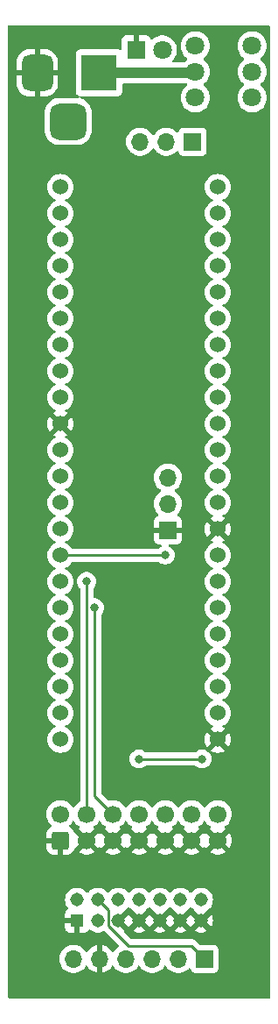
<source format=gbr>
%TF.GenerationSoftware,KiCad,Pcbnew,7.0.11*%
%TF.CreationDate,2024-03-10T23:57:51-05:00*%
%TF.ProjectId,XGECU-QFP44-Adapter,58474543-552d-4514-9650-34342d416461,rev?*%
%TF.SameCoordinates,Original*%
%TF.FileFunction,Copper,L2,Bot*%
%TF.FilePolarity,Positive*%
%FSLAX46Y46*%
G04 Gerber Fmt 4.6, Leading zero omitted, Abs format (unit mm)*
G04 Created by KiCad (PCBNEW 7.0.11) date 2024-03-10 23:57:51*
%MOMM*%
%LPD*%
G01*
G04 APERTURE LIST*
G04 Aperture macros list*
%AMRoundRect*
0 Rectangle with rounded corners*
0 $1 Rounding radius*
0 $2 $3 $4 $5 $6 $7 $8 $9 X,Y pos of 4 corners*
0 Add a 4 corners polygon primitive as box body*
4,1,4,$2,$3,$4,$5,$6,$7,$8,$9,$2,$3,0*
0 Add four circle primitives for the rounded corners*
1,1,$1+$1,$2,$3*
1,1,$1+$1,$4,$5*
1,1,$1+$1,$6,$7*
1,1,$1+$1,$8,$9*
0 Add four rect primitives between the rounded corners*
20,1,$1+$1,$2,$3,$4,$5,0*
20,1,$1+$1,$4,$5,$6,$7,0*
20,1,$1+$1,$6,$7,$8,$9,0*
20,1,$1+$1,$8,$9,$2,$3,0*%
G04 Aperture macros list end*
%TA.AperFunction,ComponentPad*%
%ADD10C,1.524000*%
%TD*%
%TA.AperFunction,ComponentPad*%
%ADD11R,3.500000X3.500000*%
%TD*%
%TA.AperFunction,ComponentPad*%
%ADD12RoundRect,0.750000X-0.750000X-1.000000X0.750000X-1.000000X0.750000X1.000000X-0.750000X1.000000X0*%
%TD*%
%TA.AperFunction,ComponentPad*%
%ADD13RoundRect,0.875000X-0.875000X-0.875000X0.875000X-0.875000X0.875000X0.875000X-0.875000X0.875000X0*%
%TD*%
%TA.AperFunction,ComponentPad*%
%ADD14R,1.700000X1.700000*%
%TD*%
%TA.AperFunction,ComponentPad*%
%ADD15O,1.700000X1.700000*%
%TD*%
%TA.AperFunction,ComponentPad*%
%ADD16C,1.800000*%
%TD*%
%TA.AperFunction,ComponentPad*%
%ADD17R,1.800000X1.800000*%
%TD*%
%TA.AperFunction,ComponentPad*%
%ADD18R,1.308000X1.308000*%
%TD*%
%TA.AperFunction,ComponentPad*%
%ADD19C,1.308000*%
%TD*%
%TA.AperFunction,ComponentPad*%
%ADD20RoundRect,0.250000X0.600000X-0.600000X0.600000X0.600000X-0.600000X0.600000X-0.600000X-0.600000X0*%
%TD*%
%TA.AperFunction,ComponentPad*%
%ADD21C,1.700000*%
%TD*%
%TA.AperFunction,ViaPad*%
%ADD22C,0.800000*%
%TD*%
%TA.AperFunction,Conductor*%
%ADD23C,0.250000*%
%TD*%
%TA.AperFunction,Conductor*%
%ADD24C,1.000000*%
%TD*%
G04 APERTURE END LIST*
D10*
%TO.P,U1,1,IO1-14/GCK3*%
%TO.N,unconnected-(U1-IO1-14{slash}GCK3-Pad1)*%
X129540000Y-86765000D03*
%TO.P,U1,2,IO1-15*%
%TO.N,unconnected-(U1-IO1-15-Pad2)*%
X129540000Y-89305000D03*
%TO.P,U1,3,IO1-17*%
%TO.N,unconnected-(U1-IO1-17-Pad3)*%
X129540000Y-91845000D03*
%TO.P,U1,4,GND*%
%TO.N,GND*%
X129540000Y-94385000D03*
%TO.P,U1,5,IO3-2*%
%TO.N,unconnected-(U1-IO3-2-Pad5)*%
X129540000Y-96925000D03*
%TO.P,U1,6,IO3-5*%
%TO.N,unconnected-(U1-IO3-5-Pad6)*%
X129540000Y-99465000D03*
%TO.P,U1,7,IO3-8*%
%TO.N,unconnected-(U1-IO3-8-Pad7)*%
X129540000Y-102005000D03*
%TO.P,U1,8,IO3-9*%
%TO.N,unconnected-(U1-IO3-9-Pad8)*%
X129540000Y-104545000D03*
%TO.P,U1,9,TDI*%
%TO.N,/TDI*%
X129540000Y-107085000D03*
%TO.P,U1,10,TMS*%
%TO.N,/TMS*%
X129540000Y-109625000D03*
%TO.P,U1,11,TCK*%
%TO.N,/TCK*%
X129540000Y-112165000D03*
%TO.P,U1,12,IO3-11*%
%TO.N,unconnected-(U1-IO3-11-Pad12)*%
X129540000Y-114705000D03*
%TO.P,U1,13,IO3-14*%
%TO.N,unconnected-(U1-IO3-14-Pad13)*%
X129540000Y-117245000D03*
%TO.P,U1,14,IO3-15*%
%TO.N,unconnected-(U1-IO3-15-Pad14)*%
X129540000Y-119785000D03*
%TO.P,U1,15,VCCINT*%
%TO.N,+3.3V*%
X129540000Y-122325000D03*
%TO.P,U1,16,IO3-17*%
%TO.N,unconnected-(U1-IO3-17-Pad16)*%
X129540000Y-124865000D03*
%TO.P,U1,17,GND*%
%TO.N,GND*%
X144780000Y-124865000D03*
%TO.P,U1,18,IO3-16*%
%TO.N,unconnected-(U1-IO3-16-Pad18)*%
X144780000Y-122325000D03*
%TO.P,U1,19,IO4-2*%
%TO.N,unconnected-(U1-IO4-2-Pad19)*%
X144780000Y-119785000D03*
%TO.P,U1,20,IO4-5*%
%TO.N,unconnected-(U1-IO4-5-Pad20)*%
X144780000Y-117245000D03*
%TO.P,U1,21,IO4-8*%
%TO.N,unconnected-(U1-IO4-8-Pad21)*%
X144780000Y-114705000D03*
%TO.P,U1,22,IO4-11*%
%TO.N,unconnected-(U1-IO4-11-Pad22)*%
X144780000Y-112165000D03*
%TO.P,U1,23,IO4-14*%
%TO.N,unconnected-(U1-IO4-14-Pad23)*%
X144780000Y-109625000D03*
%TO.P,U1,24,TDO*%
%TO.N,/TDO*%
X144780000Y-107085000D03*
%TO.P,U1,25,GND*%
%TO.N,GND*%
X144780000Y-104545000D03*
%TO.P,U1,26,VCCIO*%
%TO.N,/VCCIO*%
X144780000Y-102005000D03*
%TO.P,U1,27,IO4-15*%
%TO.N,unconnected-(U1-IO4-15-Pad27)*%
X144780000Y-99465000D03*
%TO.P,U1,28,IO4-17*%
%TO.N,unconnected-(U1-IO4-17-Pad28)*%
X144780000Y-96925000D03*
%TO.P,U1,29,IO2-2*%
%TO.N,unconnected-(U1-IO2-2-Pad29)*%
X144780000Y-94385000D03*
%TO.P,U1,30,IO2-5*%
%TO.N,unconnected-(U1-IO2-5-Pad30)*%
X144780000Y-91845000D03*
%TO.P,U1,31,IO2-6*%
%TO.N,unconnected-(U1-IO2-6-Pad31)*%
X144780000Y-89305000D03*
%TO.P,U1,32,IO2-8*%
%TO.N,unconnected-(U1-IO2-8-Pad32)*%
X144780000Y-86765000D03*
%TO.P,U1,33,IO2-9/GSR*%
%TO.N,unconnected-(U1-IO2-9{slash}GSR-Pad33)*%
X144780000Y-84225000D03*
%TO.P,U1,34,IO2-11/GTS2*%
%TO.N,unconnected-(U1-IO2-11{slash}GTS2-Pad34)*%
X144780000Y-81685000D03*
%TO.P,U1,35,VCCINT*%
%TO.N,+3.3V*%
X144780000Y-79145000D03*
%TO.P,U1,36,IO2-14/GTS1*%
%TO.N,unconnected-(U1-IO2-14{slash}GTS1-Pad36)*%
X144780000Y-76605000D03*
%TO.P,U1,37,IO2-15*%
%TO.N,unconnected-(U1-IO2-15-Pad37)*%
X144780000Y-74065000D03*
%TO.P,U1,38,IO2-17*%
%TO.N,unconnected-(U1-IO2-17-Pad38)*%
X144780000Y-71525000D03*
%TO.P,U1,39,IO1-2*%
%TO.N,unconnected-(U1-IO1-2-Pad39)*%
X129540000Y-71525000D03*
%TO.P,U1,40,IO1-5*%
%TO.N,unconnected-(U1-IO1-5-Pad40)*%
X129540000Y-74065000D03*
%TO.P,U1,41,IO1-6*%
%TO.N,unconnected-(U1-IO1-6-Pad41)*%
X129540000Y-76605000D03*
%TO.P,U1,42,IO1-8*%
%TO.N,unconnected-(U1-IO1-8-Pad42)*%
X129540000Y-79145000D03*
%TO.P,U1,43,IO1-9/GCK1*%
%TO.N,unconnected-(U1-IO1-9{slash}GCK1-Pad43)*%
X129540000Y-81685000D03*
%TO.P,U1,44,IO1-11/GCK2*%
%TO.N,unconnected-(U1-IO1-11{slash}GCK2-Pad44)*%
X129540000Y-84225000D03*
%TD*%
D11*
%TO.P,J1,1*%
%TO.N,Net-(SW1A-B)*%
X133299200Y-60477400D03*
D12*
%TO.P,J1,2*%
%TO.N,GND*%
X127299200Y-60477400D03*
D13*
%TO.P,J1,3*%
%TO.N,N/C*%
X130299200Y-65177400D03*
%TD*%
D14*
%TO.P,JP1,1,A*%
%TO.N,Net-(JP1-A)*%
X142352000Y-67132200D03*
D15*
%TO.P,JP1,2,C*%
%TO.N,Net-(JP1-C)*%
X139812000Y-67132200D03*
%TO.P,JP1,3,B*%
%TO.N,+3.3V*%
X137272000Y-67132200D03*
%TD*%
D14*
%TO.P,JP2,1,A*%
%TO.N,GND*%
X139954000Y-104648000D03*
D15*
%TO.P,JP2,2,C*%
%TO.N,/VCCIO*%
X139954000Y-102108000D03*
%TO.P,JP2,3,B*%
%TO.N,+3.3V*%
X139954000Y-99568000D03*
%TD*%
D16*
%TO.P,SW1,1,A*%
%TO.N,unconnected-(SW1A-A-Pad1)*%
X142614200Y-57875800D03*
%TO.P,SW1,2,B*%
%TO.N,Net-(SW1A-B)*%
X142614200Y-60375800D03*
%TO.P,SW1,3,C*%
%TO.N,Net-(JP1-C)*%
X142614200Y-62875800D03*
%TO.P,SW1,4*%
%TO.N,N/C*%
X148114200Y-57875800D03*
%TO.P,SW1,5*%
X148114200Y-60375800D03*
%TO.P,SW1,6*%
X148114200Y-62875800D03*
%TD*%
D17*
%TO.P,D1,1,K*%
%TO.N,GND*%
X136880600Y-58267600D03*
D16*
%TO.P,D1,2,A*%
%TO.N,Net-(D1-A)*%
X139420600Y-58267600D03*
%TD*%
D18*
%TO.P,J4,1,Pin_1*%
%TO.N,GND*%
X131160000Y-142351000D03*
D19*
%TO.P,J4,2,Pin_2*%
%TO.N,+3.3V*%
X131160000Y-140351000D03*
%TO.P,J4,3,Pin_3*%
%TO.N,GND*%
X133160000Y-142351000D03*
%TO.P,J4,4,Pin_4*%
%TO.N,/TMS*%
X133160000Y-140351000D03*
%TO.P,J4,5,Pin_5*%
%TO.N,GND*%
X135160000Y-142351000D03*
%TO.P,J4,6,Pin_6*%
%TO.N,/TCK*%
X135160000Y-140351000D03*
%TO.P,J4,7,Pin_7*%
%TO.N,GND*%
X137160000Y-142351000D03*
%TO.P,J4,8,Pin_8*%
%TO.N,/TDO*%
X137160000Y-140351000D03*
%TO.P,J4,9,Pin_9*%
%TO.N,GND*%
X139160000Y-142351000D03*
%TO.P,J4,10,Pin_10*%
%TO.N,/TDI*%
X139160000Y-140351000D03*
%TO.P,J4,11,Pin_11*%
%TO.N,GND*%
X141160000Y-142351000D03*
%TO.P,J4,12,Pin_12*%
%TO.N,unconnected-(J4-Pin_12-Pad12)*%
X141160000Y-140351000D03*
%TO.P,J4,13,Pin_13*%
%TO.N,GND*%
X143160000Y-142351000D03*
%TO.P,J4,14,Pin_14*%
%TO.N,unconnected-(J4-Pin_14-Pad14)*%
X143160000Y-140351000D03*
%TD*%
D20*
%TO.P,J2,1,Pin_1*%
%TO.N,GND*%
X129540000Y-134620000D03*
D21*
%TO.P,J2,2,Pin_2*%
%TO.N,+3.3V*%
X129540000Y-132080000D03*
%TO.P,J2,3,Pin_3*%
%TO.N,GND*%
X132080000Y-134620000D03*
%TO.P,J2,4,Pin_4*%
%TO.N,/TMS*%
X132080000Y-132080000D03*
%TO.P,J2,5,Pin_5*%
%TO.N,GND*%
X134620000Y-134620000D03*
%TO.P,J2,6,Pin_6*%
%TO.N,/TCK*%
X134620000Y-132080000D03*
%TO.P,J2,7,Pin_7*%
%TO.N,GND*%
X137160000Y-134620000D03*
%TO.P,J2,8,Pin_8*%
%TO.N,/TDO*%
X137160000Y-132080000D03*
%TO.P,J2,9,Pin_9*%
%TO.N,GND*%
X139700000Y-134620000D03*
%TO.P,J2,10,Pin_10*%
%TO.N,/TDI*%
X139700000Y-132080000D03*
%TO.P,J2,11,Pin_11*%
%TO.N,GND*%
X142240000Y-134620000D03*
%TO.P,J2,12,Pin_12*%
%TO.N,unconnected-(J2-Pin_12-Pad12)*%
X142240000Y-132080000D03*
%TO.P,J2,13,Pin_13*%
%TO.N,GND*%
X144780000Y-134620000D03*
%TO.P,J2,14,Pin_14*%
%TO.N,unconnected-(J2-Pin_14-Pad14)*%
X144780000Y-132080000D03*
%TD*%
D14*
%TO.P,J3,1,Pin_1*%
%TO.N,/TMS*%
X143510000Y-146050000D03*
D15*
%TO.P,J3,2,Pin_2*%
%TO.N,/TDI*%
X140970000Y-146050000D03*
%TO.P,J3,3,Pin_3*%
%TO.N,/TDO*%
X138430000Y-146050000D03*
%TO.P,J3,4,Pin_4*%
%TO.N,/TCK*%
X135890000Y-146050000D03*
%TO.P,J3,5,Pin_5*%
%TO.N,GND*%
X133350000Y-146050000D03*
%TO.P,J3,6,Pin_6*%
%TO.N,+3.3V*%
X130810000Y-146050000D03*
%TD*%
D22*
%TO.N,GND*%
X137922000Y-123139200D03*
X136906000Y-86995000D03*
X140208000Y-86995000D03*
X138430000Y-95885000D03*
X139573000Y-94234000D03*
%TO.N,/TDI*%
X139700000Y-107061000D03*
%TO.N,/TCK*%
X132842000Y-112141000D03*
%TO.N,/TMS*%
X132080000Y-109601000D03*
%TO.N,/TDO*%
X143256000Y-126746000D03*
X137160000Y-126746000D03*
%TD*%
D23*
%TO.N,/TDI*%
X139676000Y-107085000D02*
X129540000Y-107085000D01*
X139700000Y-107061000D02*
X139676000Y-107085000D01*
%TO.N,/TCK*%
X132842000Y-130302000D02*
X132842000Y-112141000D01*
X134620000Y-132080000D02*
X132842000Y-130302000D01*
%TO.N,/TMS*%
X132080000Y-132080000D02*
X132080000Y-109601000D01*
%TO.N,/TDO*%
X137160000Y-126746000D02*
X143256000Y-126746000D01*
D24*
%TO.N,Net-(SW1A-B)*%
X142512600Y-60477400D02*
X142614200Y-60375800D01*
X133299200Y-60477400D02*
X142512600Y-60477400D01*
D23*
%TO.N,/TMS*%
X134181000Y-142817000D02*
X136144000Y-144780000D01*
X142240000Y-144780000D02*
X143510000Y-146050000D01*
X133160000Y-140351000D02*
X134181000Y-141372000D01*
X134181000Y-141372000D02*
X134181000Y-142817000D01*
X136144000Y-144780000D02*
X142240000Y-144780000D01*
%TD*%
%TA.AperFunction,Conductor*%
%TO.N,GND*%
G36*
X136249469Y-141076175D02*
G01*
X136260545Y-141088959D01*
X136297222Y-141137526D01*
X136456436Y-141282669D01*
X136473270Y-141293092D01*
X136473667Y-141293338D01*
X136521055Y-141346204D01*
X136522380Y-141354171D01*
X137120481Y-141952272D01*
X137034852Y-141965835D01*
X136921955Y-142023359D01*
X136832359Y-142112955D01*
X136774835Y-142225852D01*
X136761272Y-142311481D01*
X136175833Y-141726042D01*
X136168728Y-141726536D01*
X136151274Y-141726537D01*
X136144165Y-141726043D01*
X135558727Y-142311481D01*
X135545165Y-142225852D01*
X135487641Y-142112955D01*
X135398045Y-142023359D01*
X135285148Y-141965835D01*
X135199516Y-141952272D01*
X135798013Y-141353776D01*
X135799518Y-141345016D01*
X135846330Y-141293339D01*
X135863564Y-141282669D01*
X136022778Y-141137526D01*
X136059451Y-141088963D01*
X136116464Y-141046656D01*
X136187300Y-141041889D01*
X136249469Y-141076175D01*
G37*
%TD.AperFunction*%
%TA.AperFunction,Conductor*%
G36*
X138249469Y-141076175D02*
G01*
X138260545Y-141088959D01*
X138297222Y-141137526D01*
X138456436Y-141282669D01*
X138473270Y-141293092D01*
X138473667Y-141293338D01*
X138521055Y-141346204D01*
X138522380Y-141354171D01*
X139120481Y-141952272D01*
X139034852Y-141965835D01*
X138921955Y-142023359D01*
X138832359Y-142112955D01*
X138774835Y-142225852D01*
X138761272Y-142311481D01*
X138175833Y-141726042D01*
X138168728Y-141726536D01*
X138151274Y-141726537D01*
X138144165Y-141726043D01*
X137558727Y-142311481D01*
X137545165Y-142225852D01*
X137487641Y-142112955D01*
X137398045Y-142023359D01*
X137285148Y-141965835D01*
X137199517Y-141952272D01*
X137798013Y-141353775D01*
X137799518Y-141345016D01*
X137846330Y-141293339D01*
X137863564Y-141282669D01*
X138022778Y-141137526D01*
X138059451Y-141088963D01*
X138116464Y-141046656D01*
X138187300Y-141041889D01*
X138249469Y-141076175D01*
G37*
%TD.AperFunction*%
%TA.AperFunction,Conductor*%
G36*
X140249469Y-141076175D02*
G01*
X140260545Y-141088959D01*
X140297222Y-141137526D01*
X140456436Y-141282669D01*
X140473270Y-141293092D01*
X140473667Y-141293338D01*
X140521055Y-141346204D01*
X140522380Y-141354171D01*
X141120481Y-141952272D01*
X141034852Y-141965835D01*
X140921955Y-142023359D01*
X140832359Y-142112955D01*
X140774835Y-142225852D01*
X140761272Y-142311481D01*
X140175833Y-141726042D01*
X140168728Y-141726536D01*
X140151274Y-141726537D01*
X140144165Y-141726043D01*
X139558727Y-142311481D01*
X139545165Y-142225852D01*
X139487641Y-142112955D01*
X139398045Y-142023359D01*
X139285148Y-141965835D01*
X139199517Y-141952272D01*
X139798013Y-141353775D01*
X139799518Y-141345016D01*
X139846330Y-141293339D01*
X139863564Y-141282669D01*
X140022778Y-141137526D01*
X140059451Y-141088963D01*
X140116464Y-141046656D01*
X140187300Y-141041889D01*
X140249469Y-141076175D01*
G37*
%TD.AperFunction*%
%TA.AperFunction,Conductor*%
G36*
X142249469Y-141076175D02*
G01*
X142260545Y-141088959D01*
X142297222Y-141137526D01*
X142456436Y-141282669D01*
X142473270Y-141293092D01*
X142473667Y-141293338D01*
X142521055Y-141346204D01*
X142522380Y-141354171D01*
X143120481Y-141952272D01*
X143034852Y-141965835D01*
X142921955Y-142023359D01*
X142832359Y-142112955D01*
X142774835Y-142225852D01*
X142761272Y-142311481D01*
X142175833Y-141726042D01*
X142168728Y-141726536D01*
X142151274Y-141726537D01*
X142144165Y-141726043D01*
X141558727Y-142311481D01*
X141545165Y-142225852D01*
X141487641Y-142112955D01*
X141398045Y-142023359D01*
X141285148Y-141965835D01*
X141199517Y-141952272D01*
X141798013Y-141353775D01*
X141799518Y-141345016D01*
X141846330Y-141293339D01*
X141863564Y-141282669D01*
X142022778Y-141137526D01*
X142059451Y-141088963D01*
X142116464Y-141046656D01*
X142187300Y-141041889D01*
X142249469Y-141076175D01*
G37*
%TD.AperFunction*%
%TA.AperFunction,Conductor*%
G36*
X130893225Y-132755669D02*
G01*
X130915480Y-132781353D01*
X130948607Y-132832058D01*
X131004275Y-132917265D01*
X131004279Y-132917270D01*
X131156762Y-133082908D01*
X131211331Y-133125381D01*
X131334424Y-133221189D01*
X131368205Y-133239470D01*
X131418596Y-133289482D01*
X131433949Y-133358799D01*
X131409389Y-133425412D01*
X131368208Y-133461097D01*
X131334700Y-133479230D01*
X131334693Y-133479235D01*
X131314311Y-133495099D01*
X131314310Y-133495100D01*
X131952412Y-134133202D01*
X131937685Y-134135320D01*
X131806900Y-134195048D01*
X131698239Y-134289202D01*
X131620507Y-134410156D01*
X131595638Y-134494849D01*
X130946160Y-133845372D01*
X130917567Y-133840102D01*
X130865788Y-133791528D01*
X130854787Y-133767276D01*
X130831657Y-133697475D01*
X130738634Y-133546660D01*
X130738629Y-133546654D01*
X130613345Y-133421370D01*
X130613339Y-133421365D01*
X130462521Y-133328340D01*
X130455873Y-133325240D01*
X130456809Y-133323232D01*
X130407346Y-133288985D01*
X130380092Y-133223428D01*
X130392606Y-133153543D01*
X130427961Y-133110364D01*
X130463240Y-133082906D01*
X130615722Y-132917268D01*
X130704518Y-132781354D01*
X130758520Y-132735268D01*
X130828868Y-132725692D01*
X130893225Y-132755669D01*
G37*
%TD.AperFunction*%
%TA.AperFunction,Conductor*%
G36*
X133433225Y-132755669D02*
G01*
X133455480Y-132781353D01*
X133488607Y-132832058D01*
X133544275Y-132917265D01*
X133544279Y-132917270D01*
X133696762Y-133082908D01*
X133751331Y-133125381D01*
X133874424Y-133221189D01*
X133908205Y-133239470D01*
X133958596Y-133289482D01*
X133973949Y-133358799D01*
X133949389Y-133425412D01*
X133908208Y-133461097D01*
X133874700Y-133479230D01*
X133874693Y-133479235D01*
X133854311Y-133495099D01*
X133854310Y-133495100D01*
X134492412Y-134133202D01*
X134477685Y-134135320D01*
X134346900Y-134195048D01*
X134238239Y-134289202D01*
X134160507Y-134410156D01*
X134135639Y-134494849D01*
X133496921Y-133856131D01*
X133496920Y-133856132D01*
X133455482Y-133919558D01*
X133401479Y-133965647D01*
X133331131Y-133975222D01*
X133266773Y-133945245D01*
X133244516Y-133919558D01*
X133203078Y-133856132D01*
X132564360Y-134494848D01*
X132539493Y-134410156D01*
X132461761Y-134289202D01*
X132353100Y-134195048D01*
X132222315Y-134135320D01*
X132207586Y-134133202D01*
X132845688Y-133495100D01*
X132845687Y-133495099D01*
X132825308Y-133479237D01*
X132825298Y-133479231D01*
X132791791Y-133461097D01*
X132741401Y-133411083D01*
X132726050Y-133341766D01*
X132750612Y-133275153D01*
X132791790Y-133239472D01*
X132825576Y-133221189D01*
X133003240Y-133082906D01*
X133155722Y-132917268D01*
X133244518Y-132781354D01*
X133298520Y-132735268D01*
X133368868Y-132725692D01*
X133433225Y-132755669D01*
G37*
%TD.AperFunction*%
%TA.AperFunction,Conductor*%
G36*
X135973225Y-132755669D02*
G01*
X135995480Y-132781353D01*
X136028607Y-132832058D01*
X136084275Y-132917265D01*
X136084279Y-132917270D01*
X136236762Y-133082908D01*
X136291331Y-133125381D01*
X136414424Y-133221189D01*
X136448205Y-133239470D01*
X136498596Y-133289482D01*
X136513949Y-133358799D01*
X136489389Y-133425412D01*
X136448208Y-133461097D01*
X136414700Y-133479230D01*
X136414693Y-133479235D01*
X136394311Y-133495099D01*
X136394310Y-133495100D01*
X137032412Y-134133202D01*
X137017685Y-134135320D01*
X136886900Y-134195048D01*
X136778239Y-134289202D01*
X136700507Y-134410156D01*
X136675639Y-134494849D01*
X136036921Y-133856131D01*
X136036920Y-133856132D01*
X135995482Y-133919558D01*
X135941479Y-133965647D01*
X135871131Y-133975222D01*
X135806773Y-133945245D01*
X135784516Y-133919558D01*
X135743078Y-133856132D01*
X135104360Y-134494848D01*
X135079493Y-134410156D01*
X135001761Y-134289202D01*
X134893100Y-134195048D01*
X134762315Y-134135320D01*
X134747586Y-134133202D01*
X135385688Y-133495100D01*
X135385687Y-133495099D01*
X135365308Y-133479237D01*
X135365298Y-133479231D01*
X135331791Y-133461097D01*
X135281401Y-133411083D01*
X135266050Y-133341766D01*
X135290612Y-133275153D01*
X135331790Y-133239472D01*
X135365576Y-133221189D01*
X135543240Y-133082906D01*
X135695722Y-132917268D01*
X135784518Y-132781354D01*
X135838520Y-132735268D01*
X135908868Y-132725692D01*
X135973225Y-132755669D01*
G37*
%TD.AperFunction*%
%TA.AperFunction,Conductor*%
G36*
X138513225Y-132755669D02*
G01*
X138535480Y-132781353D01*
X138568607Y-132832058D01*
X138624275Y-132917265D01*
X138624279Y-132917270D01*
X138776762Y-133082908D01*
X138831331Y-133125381D01*
X138954424Y-133221189D01*
X138988205Y-133239470D01*
X139038596Y-133289482D01*
X139053949Y-133358799D01*
X139029389Y-133425412D01*
X138988208Y-133461097D01*
X138954700Y-133479230D01*
X138954693Y-133479235D01*
X138934311Y-133495099D01*
X138934310Y-133495100D01*
X139572412Y-134133202D01*
X139557685Y-134135320D01*
X139426900Y-134195048D01*
X139318239Y-134289202D01*
X139240507Y-134410156D01*
X139215639Y-134494849D01*
X138576921Y-133856131D01*
X138576920Y-133856132D01*
X138535482Y-133919558D01*
X138481479Y-133965647D01*
X138411131Y-133975222D01*
X138346773Y-133945245D01*
X138324516Y-133919558D01*
X138283078Y-133856132D01*
X137644360Y-134494848D01*
X137619493Y-134410156D01*
X137541761Y-134289202D01*
X137433100Y-134195048D01*
X137302315Y-134135320D01*
X137287586Y-134133202D01*
X137925688Y-133495100D01*
X137925687Y-133495099D01*
X137905308Y-133479237D01*
X137905298Y-133479231D01*
X137871791Y-133461097D01*
X137821401Y-133411083D01*
X137806050Y-133341766D01*
X137830612Y-133275153D01*
X137871790Y-133239472D01*
X137905576Y-133221189D01*
X138083240Y-133082906D01*
X138235722Y-132917268D01*
X138324518Y-132781354D01*
X138378520Y-132735268D01*
X138448868Y-132725692D01*
X138513225Y-132755669D01*
G37*
%TD.AperFunction*%
%TA.AperFunction,Conductor*%
G36*
X141053225Y-132755669D02*
G01*
X141075480Y-132781353D01*
X141108607Y-132832058D01*
X141164275Y-132917265D01*
X141164279Y-132917270D01*
X141316762Y-133082908D01*
X141371331Y-133125381D01*
X141494424Y-133221189D01*
X141528205Y-133239470D01*
X141578596Y-133289482D01*
X141593949Y-133358799D01*
X141569389Y-133425412D01*
X141528208Y-133461097D01*
X141494700Y-133479230D01*
X141494693Y-133479235D01*
X141474311Y-133495099D01*
X141474310Y-133495100D01*
X142112412Y-134133202D01*
X142097685Y-134135320D01*
X141966900Y-134195048D01*
X141858239Y-134289202D01*
X141780507Y-134410156D01*
X141755639Y-134494849D01*
X141116921Y-133856131D01*
X141116920Y-133856132D01*
X141075482Y-133919558D01*
X141021479Y-133965647D01*
X140951131Y-133975222D01*
X140886773Y-133945245D01*
X140864516Y-133919558D01*
X140823078Y-133856132D01*
X140184360Y-134494848D01*
X140159493Y-134410156D01*
X140081761Y-134289202D01*
X139973100Y-134195048D01*
X139842315Y-134135320D01*
X139827586Y-134133202D01*
X140465688Y-133495100D01*
X140465687Y-133495099D01*
X140445308Y-133479237D01*
X140445298Y-133479231D01*
X140411791Y-133461097D01*
X140361401Y-133411083D01*
X140346050Y-133341766D01*
X140370612Y-133275153D01*
X140411790Y-133239472D01*
X140445576Y-133221189D01*
X140623240Y-133082906D01*
X140775722Y-132917268D01*
X140864518Y-132781354D01*
X140918520Y-132735268D01*
X140988868Y-132725692D01*
X141053225Y-132755669D01*
G37*
%TD.AperFunction*%
%TA.AperFunction,Conductor*%
G36*
X143593225Y-132755669D02*
G01*
X143615480Y-132781353D01*
X143648607Y-132832058D01*
X143704275Y-132917265D01*
X143704279Y-132917270D01*
X143856762Y-133082908D01*
X143911331Y-133125381D01*
X144034424Y-133221189D01*
X144068205Y-133239470D01*
X144118596Y-133289482D01*
X144133949Y-133358799D01*
X144109389Y-133425412D01*
X144068208Y-133461097D01*
X144034700Y-133479230D01*
X144034693Y-133479235D01*
X144014311Y-133495099D01*
X144014310Y-133495100D01*
X144652412Y-134133202D01*
X144637685Y-134135320D01*
X144506900Y-134195048D01*
X144398239Y-134289202D01*
X144320507Y-134410156D01*
X144295639Y-134494849D01*
X143656921Y-133856131D01*
X143656920Y-133856132D01*
X143615482Y-133919558D01*
X143561479Y-133965647D01*
X143491131Y-133975222D01*
X143426773Y-133945245D01*
X143404516Y-133919558D01*
X143363078Y-133856132D01*
X142724360Y-134494848D01*
X142699493Y-134410156D01*
X142621761Y-134289202D01*
X142513100Y-134195048D01*
X142382315Y-134135320D01*
X142367586Y-134133202D01*
X143005688Y-133495100D01*
X143005687Y-133495099D01*
X142985308Y-133479237D01*
X142985298Y-133479231D01*
X142951791Y-133461097D01*
X142901401Y-133411083D01*
X142886050Y-133341766D01*
X142910612Y-133275153D01*
X142951790Y-133239472D01*
X142985576Y-133221189D01*
X143163240Y-133082906D01*
X143315722Y-132917268D01*
X143404518Y-132781354D01*
X143458520Y-132735268D01*
X143528868Y-132725692D01*
X143593225Y-132755669D01*
G37*
%TD.AperFunction*%
%TA.AperFunction,Conductor*%
G36*
X149801621Y-55900502D02*
G01*
X149848114Y-55954158D01*
X149859500Y-56006500D01*
X149859500Y-149733500D01*
X149839498Y-149801621D01*
X149785842Y-149848114D01*
X149733500Y-149859500D01*
X124586500Y-149859500D01*
X124518379Y-149839498D01*
X124471886Y-149785842D01*
X124460500Y-149733500D01*
X124460500Y-146050000D01*
X129446844Y-146050000D01*
X129464232Y-146259844D01*
X129465437Y-146274375D01*
X129520702Y-146492612D01*
X129520703Y-146492613D01*
X129611141Y-146698793D01*
X129734275Y-146887265D01*
X129734279Y-146887270D01*
X129886762Y-147052908D01*
X129941331Y-147095381D01*
X130064424Y-147191189D01*
X130262426Y-147298342D01*
X130262427Y-147298342D01*
X130262428Y-147298343D01*
X130374227Y-147336723D01*
X130475365Y-147371444D01*
X130697431Y-147408500D01*
X130697435Y-147408500D01*
X130922565Y-147408500D01*
X130922569Y-147408500D01*
X131144635Y-147371444D01*
X131357574Y-147298342D01*
X131555576Y-147191189D01*
X131733240Y-147052906D01*
X131885722Y-146887268D01*
X131885927Y-146886955D01*
X131901122Y-146863695D01*
X131974816Y-146750898D01*
X132028819Y-146704810D01*
X132099167Y-146695235D01*
X132163524Y-146725212D01*
X132185782Y-146750898D01*
X132274674Y-146886958D01*
X132427097Y-147052534D01*
X132604698Y-147190767D01*
X132604699Y-147190768D01*
X132802628Y-147297882D01*
X132802630Y-147297883D01*
X133015483Y-147370955D01*
X133015492Y-147370957D01*
X133096000Y-147384391D01*
X133096000Y-146483674D01*
X133207685Y-146534680D01*
X133314237Y-146550000D01*
X133385763Y-146550000D01*
X133492315Y-146534680D01*
X133604000Y-146483674D01*
X133604000Y-147384390D01*
X133684507Y-147370957D01*
X133684516Y-147370955D01*
X133897369Y-147297883D01*
X133897371Y-147297882D01*
X134095300Y-147190768D01*
X134095301Y-147190767D01*
X134272902Y-147052534D01*
X134425327Y-146886955D01*
X134514217Y-146750899D01*
X134568220Y-146704810D01*
X134638568Y-146695235D01*
X134702925Y-146725212D01*
X134725183Y-146750898D01*
X134814279Y-146887270D01*
X134966762Y-147052908D01*
X135021331Y-147095381D01*
X135144424Y-147191189D01*
X135342426Y-147298342D01*
X135342427Y-147298342D01*
X135342428Y-147298343D01*
X135454227Y-147336723D01*
X135555365Y-147371444D01*
X135777431Y-147408500D01*
X135777435Y-147408500D01*
X136002565Y-147408500D01*
X136002569Y-147408500D01*
X136224635Y-147371444D01*
X136437574Y-147298342D01*
X136635576Y-147191189D01*
X136813240Y-147052906D01*
X136965722Y-146887268D01*
X136965927Y-146886955D01*
X136971115Y-146879012D01*
X137054518Y-146751354D01*
X137108520Y-146705268D01*
X137178868Y-146695692D01*
X137243225Y-146725669D01*
X137265480Y-146751353D01*
X137298607Y-146802058D01*
X137354275Y-146887265D01*
X137354279Y-146887270D01*
X137506762Y-147052908D01*
X137561331Y-147095381D01*
X137684424Y-147191189D01*
X137882426Y-147298342D01*
X137882427Y-147298342D01*
X137882428Y-147298343D01*
X137994227Y-147336723D01*
X138095365Y-147371444D01*
X138317431Y-147408500D01*
X138317435Y-147408500D01*
X138542565Y-147408500D01*
X138542569Y-147408500D01*
X138764635Y-147371444D01*
X138977574Y-147298342D01*
X139175576Y-147191189D01*
X139353240Y-147052906D01*
X139505722Y-146887268D01*
X139505927Y-146886955D01*
X139511115Y-146879012D01*
X139594518Y-146751354D01*
X139648520Y-146705268D01*
X139718868Y-146695692D01*
X139783225Y-146725669D01*
X139805480Y-146751353D01*
X139838607Y-146802058D01*
X139894275Y-146887265D01*
X139894279Y-146887270D01*
X140046762Y-147052908D01*
X140101331Y-147095381D01*
X140224424Y-147191189D01*
X140422426Y-147298342D01*
X140422427Y-147298342D01*
X140422428Y-147298343D01*
X140534227Y-147336723D01*
X140635365Y-147371444D01*
X140857431Y-147408500D01*
X140857435Y-147408500D01*
X141082565Y-147408500D01*
X141082569Y-147408500D01*
X141304635Y-147371444D01*
X141517574Y-147298342D01*
X141715576Y-147191189D01*
X141893240Y-147052906D01*
X141954245Y-146986637D01*
X142015096Y-146950067D01*
X142086061Y-146952200D01*
X142144606Y-146992362D01*
X142165000Y-147027941D01*
X142209111Y-147146204D01*
X142209112Y-147146207D01*
X142296738Y-147263261D01*
X142413792Y-147350887D01*
X142413794Y-147350888D01*
X142413796Y-147350889D01*
X142467600Y-147370957D01*
X142550795Y-147401988D01*
X142550803Y-147401990D01*
X142611350Y-147408499D01*
X142611355Y-147408499D01*
X142611362Y-147408500D01*
X142611368Y-147408500D01*
X144408632Y-147408500D01*
X144408638Y-147408500D01*
X144408645Y-147408499D01*
X144408649Y-147408499D01*
X144469196Y-147401990D01*
X144469199Y-147401989D01*
X144469201Y-147401989D01*
X144606204Y-147350889D01*
X144676399Y-147298342D01*
X144723261Y-147263261D01*
X144810887Y-147146207D01*
X144810887Y-147146206D01*
X144810889Y-147146204D01*
X144861989Y-147009201D01*
X144863800Y-146992362D01*
X144868499Y-146948649D01*
X144868500Y-146948632D01*
X144868500Y-145151367D01*
X144868499Y-145151350D01*
X144861990Y-145090803D01*
X144861988Y-145090795D01*
X144810889Y-144953797D01*
X144810887Y-144953792D01*
X144723261Y-144836738D01*
X144606207Y-144749112D01*
X144606202Y-144749110D01*
X144469204Y-144698011D01*
X144469196Y-144698009D01*
X144408649Y-144691500D01*
X144408638Y-144691500D01*
X143099595Y-144691500D01*
X143031474Y-144671498D01*
X143010500Y-144654595D01*
X142747244Y-144391339D01*
X142737279Y-144378901D01*
X142737052Y-144379090D01*
X142732001Y-144372984D01*
X142732000Y-144372982D01*
X142682348Y-144326356D01*
X142679505Y-144323600D01*
X142659777Y-144303871D01*
X142659771Y-144303866D01*
X142656567Y-144301380D01*
X142647556Y-144293683D01*
X142615325Y-144263417D01*
X142615319Y-144263413D01*
X142597563Y-144253651D01*
X142581047Y-144242802D01*
X142565041Y-144230386D01*
X142524464Y-144212827D01*
X142513807Y-144207605D01*
X142475063Y-144186306D01*
X142475060Y-144186305D01*
X142455436Y-144181266D01*
X142436736Y-144174864D01*
X142418145Y-144166819D01*
X142418143Y-144166818D01*
X142418141Y-144166818D01*
X142374474Y-144159901D01*
X142362855Y-144157495D01*
X142320030Y-144146500D01*
X142299776Y-144146500D01*
X142280066Y-144144949D01*
X142260057Y-144141780D01*
X142216039Y-144145941D01*
X142204181Y-144146500D01*
X136458595Y-144146500D01*
X136390474Y-144126498D01*
X136369500Y-144109595D01*
X135777438Y-143517533D01*
X135743412Y-143455221D01*
X135748477Y-143384406D01*
X135781285Y-143340578D01*
X135782230Y-143332439D01*
X135199518Y-142749727D01*
X135285148Y-142736165D01*
X135398045Y-142678641D01*
X135487641Y-142589045D01*
X135545165Y-142476148D01*
X135558727Y-142390518D01*
X136144163Y-142975954D01*
X136151275Y-142975461D01*
X136168731Y-142975461D01*
X136175833Y-142975954D01*
X136761272Y-142390516D01*
X136774835Y-142476148D01*
X136832359Y-142589045D01*
X136921955Y-142678641D01*
X137034852Y-142736165D01*
X137120482Y-142749727D01*
X136537769Y-143332440D01*
X136639827Y-143395632D01*
X136639831Y-143395634D01*
X136840639Y-143473428D01*
X137052328Y-143513000D01*
X137267672Y-143513000D01*
X137479360Y-143473428D01*
X137680166Y-143395636D01*
X137782230Y-143332439D01*
X137199518Y-142749727D01*
X137285148Y-142736165D01*
X137398045Y-142678641D01*
X137487641Y-142589045D01*
X137545165Y-142476148D01*
X137558727Y-142390518D01*
X138144163Y-142975954D01*
X138151275Y-142975461D01*
X138168731Y-142975461D01*
X138175833Y-142975954D01*
X138761272Y-142390516D01*
X138774835Y-142476148D01*
X138832359Y-142589045D01*
X138921955Y-142678641D01*
X139034852Y-142736165D01*
X139120482Y-142749727D01*
X138537769Y-143332440D01*
X138639827Y-143395632D01*
X138639831Y-143395634D01*
X138840639Y-143473428D01*
X139052328Y-143513000D01*
X139267672Y-143513000D01*
X139479360Y-143473428D01*
X139680166Y-143395636D01*
X139782230Y-143332439D01*
X139199518Y-142749727D01*
X139285148Y-142736165D01*
X139398045Y-142678641D01*
X139487641Y-142589045D01*
X139545165Y-142476148D01*
X139558727Y-142390518D01*
X140144163Y-142975954D01*
X140151275Y-142975461D01*
X140168731Y-142975461D01*
X140175833Y-142975954D01*
X140761272Y-142390516D01*
X140774835Y-142476148D01*
X140832359Y-142589045D01*
X140921955Y-142678641D01*
X141034852Y-142736165D01*
X141120482Y-142749727D01*
X140537769Y-143332440D01*
X140639827Y-143395632D01*
X140639831Y-143395634D01*
X140840639Y-143473428D01*
X141052328Y-143513000D01*
X141267672Y-143513000D01*
X141479360Y-143473428D01*
X141680166Y-143395636D01*
X141782230Y-143332439D01*
X141199518Y-142749727D01*
X141285148Y-142736165D01*
X141398045Y-142678641D01*
X141487641Y-142589045D01*
X141545165Y-142476148D01*
X141558727Y-142390518D01*
X142144163Y-142975954D01*
X142151275Y-142975461D01*
X142168731Y-142975461D01*
X142175833Y-142975954D01*
X142761272Y-142390516D01*
X142774835Y-142476148D01*
X142832359Y-142589045D01*
X142921955Y-142678641D01*
X143034852Y-142736165D01*
X143120482Y-142749727D01*
X142537769Y-143332440D01*
X142639827Y-143395632D01*
X142639831Y-143395634D01*
X142840639Y-143473428D01*
X143052328Y-143513000D01*
X143267672Y-143513000D01*
X143479360Y-143473428D01*
X143680166Y-143395636D01*
X143782230Y-143332439D01*
X143199518Y-142749727D01*
X143285148Y-142736165D01*
X143398045Y-142678641D01*
X143487641Y-142589045D01*
X143545165Y-142476148D01*
X143558727Y-142390518D01*
X144144163Y-142975954D01*
X144144164Y-142975954D01*
X144152185Y-142965332D01*
X144248174Y-142772560D01*
X144248177Y-142772552D01*
X144307107Y-142565433D01*
X144326977Y-142351000D01*
X144307107Y-142136566D01*
X144248177Y-141929447D01*
X144248174Y-141929439D01*
X144152185Y-141736665D01*
X144152185Y-141736664D01*
X144144164Y-141726043D01*
X143558727Y-142311481D01*
X143545165Y-142225852D01*
X143487641Y-142112955D01*
X143398045Y-142023359D01*
X143285148Y-141965835D01*
X143199517Y-141952272D01*
X143798013Y-141353775D01*
X143799518Y-141345016D01*
X143846330Y-141293339D01*
X143863564Y-141282669D01*
X144022778Y-141137526D01*
X144152612Y-140965599D01*
X144248643Y-140772742D01*
X144307601Y-140565524D01*
X144327480Y-140351000D01*
X144307601Y-140136476D01*
X144248643Y-139929258D01*
X144152612Y-139736401D01*
X144022778Y-139564474D01*
X144022776Y-139564471D01*
X143863565Y-139419331D01*
X143680397Y-139305918D01*
X143680392Y-139305916D01*
X143680391Y-139305915D01*
X143680386Y-139305913D01*
X143479500Y-139228089D01*
X143479497Y-139228088D01*
X143479496Y-139228088D01*
X143267721Y-139188500D01*
X143052279Y-139188500D01*
X142840504Y-139228088D01*
X142840499Y-139228089D01*
X142639613Y-139305913D01*
X142639602Y-139305918D01*
X142456434Y-139419331D01*
X142297226Y-139564469D01*
X142297222Y-139564473D01*
X142297222Y-139564474D01*
X142260548Y-139613036D01*
X142203535Y-139655343D01*
X142132699Y-139660110D01*
X142070530Y-139625823D01*
X142059454Y-139613040D01*
X142022778Y-139564474D01*
X142022773Y-139564469D01*
X141863565Y-139419331D01*
X141680397Y-139305918D01*
X141680392Y-139305916D01*
X141680391Y-139305915D01*
X141680386Y-139305913D01*
X141479500Y-139228089D01*
X141479497Y-139228088D01*
X141479496Y-139228088D01*
X141267721Y-139188500D01*
X141052279Y-139188500D01*
X140840504Y-139228088D01*
X140840499Y-139228089D01*
X140639613Y-139305913D01*
X140639602Y-139305918D01*
X140456434Y-139419331D01*
X140297226Y-139564469D01*
X140297222Y-139564473D01*
X140297222Y-139564474D01*
X140260548Y-139613036D01*
X140203535Y-139655343D01*
X140132699Y-139660110D01*
X140070530Y-139625823D01*
X140059454Y-139613040D01*
X140022778Y-139564474D01*
X140022773Y-139564469D01*
X139863565Y-139419331D01*
X139680397Y-139305918D01*
X139680392Y-139305916D01*
X139680391Y-139305915D01*
X139680386Y-139305913D01*
X139479500Y-139228089D01*
X139479497Y-139228088D01*
X139479496Y-139228088D01*
X139267721Y-139188500D01*
X139052279Y-139188500D01*
X138840504Y-139228088D01*
X138840499Y-139228089D01*
X138639613Y-139305913D01*
X138639602Y-139305918D01*
X138456434Y-139419331D01*
X138297226Y-139564469D01*
X138297222Y-139564473D01*
X138297222Y-139564474D01*
X138260548Y-139613036D01*
X138203535Y-139655343D01*
X138132699Y-139660110D01*
X138070530Y-139625823D01*
X138059454Y-139613040D01*
X138022778Y-139564474D01*
X138022773Y-139564469D01*
X137863565Y-139419331D01*
X137680397Y-139305918D01*
X137680392Y-139305916D01*
X137680391Y-139305915D01*
X137680386Y-139305913D01*
X137479500Y-139228089D01*
X137479497Y-139228088D01*
X137479496Y-139228088D01*
X137267721Y-139188500D01*
X137052279Y-139188500D01*
X136840504Y-139228088D01*
X136840499Y-139228089D01*
X136639613Y-139305913D01*
X136639602Y-139305918D01*
X136456434Y-139419331D01*
X136297226Y-139564469D01*
X136297222Y-139564473D01*
X136297222Y-139564474D01*
X136260548Y-139613036D01*
X136203535Y-139655343D01*
X136132699Y-139660110D01*
X136070530Y-139625823D01*
X136059454Y-139613040D01*
X136022778Y-139564474D01*
X136022773Y-139564469D01*
X135863565Y-139419331D01*
X135680397Y-139305918D01*
X135680392Y-139305916D01*
X135680391Y-139305915D01*
X135680386Y-139305913D01*
X135479500Y-139228089D01*
X135479497Y-139228088D01*
X135479496Y-139228088D01*
X135267721Y-139188500D01*
X135052279Y-139188500D01*
X134840504Y-139228088D01*
X134840499Y-139228089D01*
X134639613Y-139305913D01*
X134639602Y-139305918D01*
X134456434Y-139419331D01*
X134297226Y-139564469D01*
X134297222Y-139564473D01*
X134297222Y-139564474D01*
X134260548Y-139613036D01*
X134203535Y-139655343D01*
X134132699Y-139660110D01*
X134070530Y-139625823D01*
X134059454Y-139613040D01*
X134022778Y-139564474D01*
X134022773Y-139564469D01*
X133863565Y-139419331D01*
X133680397Y-139305918D01*
X133680392Y-139305916D01*
X133680391Y-139305915D01*
X133680386Y-139305913D01*
X133479500Y-139228089D01*
X133479497Y-139228088D01*
X133479496Y-139228088D01*
X133267721Y-139188500D01*
X133052279Y-139188500D01*
X132840504Y-139228088D01*
X132840499Y-139228089D01*
X132639613Y-139305913D01*
X132639602Y-139305918D01*
X132456434Y-139419331D01*
X132297226Y-139564469D01*
X132297222Y-139564473D01*
X132297222Y-139564474D01*
X132260548Y-139613036D01*
X132203535Y-139655343D01*
X132132699Y-139660110D01*
X132070530Y-139625823D01*
X132059454Y-139613040D01*
X132022778Y-139564474D01*
X132022773Y-139564469D01*
X131863565Y-139419331D01*
X131680397Y-139305918D01*
X131680392Y-139305916D01*
X131680391Y-139305915D01*
X131680386Y-139305913D01*
X131479500Y-139228089D01*
X131479497Y-139228088D01*
X131479496Y-139228088D01*
X131267721Y-139188500D01*
X131052279Y-139188500D01*
X130840504Y-139228088D01*
X130840499Y-139228089D01*
X130639613Y-139305913D01*
X130639602Y-139305918D01*
X130456434Y-139419331D01*
X130297223Y-139564471D01*
X130167389Y-139736399D01*
X130071357Y-139929258D01*
X130071354Y-139929266D01*
X130012398Y-140136477D01*
X130012398Y-140136481D01*
X129992520Y-140350995D01*
X129992520Y-140351004D01*
X130012398Y-140565518D01*
X130012398Y-140565522D01*
X130012399Y-140565524D01*
X130071357Y-140772742D01*
X130167388Y-140965599D01*
X130167389Y-140965600D01*
X130260140Y-141088422D01*
X130285230Y-141154837D01*
X130270430Y-141224274D01*
X130235100Y-141265222D01*
X130143094Y-141334097D01*
X130055555Y-141451034D01*
X130055555Y-141451035D01*
X130004505Y-141587906D01*
X129998000Y-141648402D01*
X129998000Y-142097000D01*
X130848314Y-142097000D01*
X130832359Y-142112955D01*
X130774835Y-142225852D01*
X130755014Y-142351000D01*
X130774835Y-142476148D01*
X130832359Y-142589045D01*
X130848314Y-142605000D01*
X129998000Y-142605000D01*
X129998000Y-143053597D01*
X130004505Y-143114093D01*
X130055555Y-143250964D01*
X130055555Y-143250965D01*
X130143095Y-143367904D01*
X130260034Y-143455444D01*
X130396906Y-143506494D01*
X130457402Y-143512999D01*
X130457415Y-143513000D01*
X130906000Y-143513000D01*
X130906000Y-142662686D01*
X130921955Y-142678641D01*
X131034852Y-142736165D01*
X131128519Y-142751000D01*
X131191481Y-142751000D01*
X131285148Y-142736165D01*
X131398045Y-142678641D01*
X131414000Y-142662686D01*
X131414000Y-143513000D01*
X131862585Y-143513000D01*
X131862597Y-143512999D01*
X131923093Y-143506494D01*
X132059964Y-143455444D01*
X132059965Y-143455444D01*
X132176904Y-143367904D01*
X132245335Y-143276491D01*
X132302170Y-143233944D01*
X132372986Y-143228879D01*
X132431089Y-143258886D01*
X132456734Y-143282265D01*
X132456746Y-143282274D01*
X132639821Y-143395629D01*
X132639831Y-143395634D01*
X132840639Y-143473428D01*
X133052328Y-143513000D01*
X133267672Y-143513000D01*
X133479360Y-143473428D01*
X133680167Y-143395635D01*
X133708681Y-143377980D01*
X133777128Y-143359125D01*
X133844904Y-143380268D01*
X133864108Y-143396012D01*
X135175787Y-144707691D01*
X135209813Y-144770003D01*
X135204748Y-144840818D01*
X135162201Y-144897654D01*
X135146670Y-144907595D01*
X135144431Y-144908806D01*
X135144424Y-144908811D01*
X134966762Y-145047091D01*
X134814279Y-145212729D01*
X134725183Y-145349101D01*
X134671179Y-145395189D01*
X134600831Y-145404764D01*
X134536474Y-145374786D01*
X134514217Y-145349100D01*
X134425327Y-145213044D01*
X134272902Y-145047465D01*
X134095301Y-144909232D01*
X134095300Y-144909231D01*
X133897371Y-144802117D01*
X133897369Y-144802116D01*
X133684512Y-144729043D01*
X133684501Y-144729040D01*
X133604000Y-144715606D01*
X133604000Y-145616325D01*
X133492315Y-145565320D01*
X133385763Y-145550000D01*
X133314237Y-145550000D01*
X133207685Y-145565320D01*
X133096000Y-145616325D01*
X133096000Y-144715607D01*
X133095999Y-144715606D01*
X133015498Y-144729040D01*
X133015487Y-144729043D01*
X132802630Y-144802116D01*
X132802628Y-144802117D01*
X132604699Y-144909231D01*
X132604698Y-144909232D01*
X132427097Y-145047465D01*
X132274670Y-145213045D01*
X132185780Y-145349101D01*
X132131776Y-145395189D01*
X132061428Y-145404764D01*
X131997071Y-145374786D01*
X131974816Y-145349101D01*
X131935884Y-145289511D01*
X131885724Y-145212734D01*
X131885720Y-145212729D01*
X131769570Y-145086559D01*
X131733240Y-145047094D01*
X131733239Y-145047093D01*
X131733237Y-145047091D01*
X131613367Y-144953792D01*
X131555576Y-144908811D01*
X131357574Y-144801658D01*
X131357572Y-144801657D01*
X131357571Y-144801656D01*
X131144639Y-144728557D01*
X131144630Y-144728555D01*
X131067029Y-144715606D01*
X130922569Y-144691500D01*
X130697431Y-144691500D01*
X130552971Y-144715606D01*
X130475369Y-144728555D01*
X130475360Y-144728557D01*
X130262428Y-144801656D01*
X130262426Y-144801658D01*
X130085041Y-144897654D01*
X130064426Y-144908810D01*
X130064424Y-144908811D01*
X129886762Y-145047091D01*
X129734279Y-145212729D01*
X129734275Y-145212734D01*
X129611141Y-145401206D01*
X129520703Y-145607386D01*
X129520702Y-145607387D01*
X129465437Y-145825624D01*
X129465436Y-145825630D01*
X129465436Y-145825632D01*
X129446844Y-146050000D01*
X124460500Y-146050000D01*
X124460500Y-132080000D01*
X128176844Y-132080000D01*
X128195437Y-132304375D01*
X128250702Y-132522612D01*
X128250703Y-132522613D01*
X128341141Y-132728793D01*
X128464275Y-132917265D01*
X128464279Y-132917270D01*
X128523691Y-132981807D01*
X128616760Y-133082906D01*
X128616763Y-133082908D01*
X128616765Y-133082910D01*
X128652037Y-133110364D01*
X128693509Y-133167989D01*
X128697243Y-133238887D01*
X128662053Y-133300549D01*
X128623478Y-133323848D01*
X128624127Y-133325240D01*
X128617478Y-133328340D01*
X128466660Y-133421365D01*
X128466654Y-133421370D01*
X128341370Y-133546654D01*
X128341365Y-133546660D01*
X128248342Y-133697474D01*
X128192606Y-133865678D01*
X128192605Y-133865681D01*
X128182000Y-133969483D01*
X128182000Y-134366000D01*
X129108884Y-134366000D01*
X129080507Y-134410156D01*
X129040000Y-134548111D01*
X129040000Y-134691889D01*
X129080507Y-134829844D01*
X129108884Y-134874000D01*
X128182000Y-134874000D01*
X128182000Y-135270516D01*
X128192605Y-135374318D01*
X128192606Y-135374321D01*
X128248342Y-135542525D01*
X128341365Y-135693339D01*
X128341370Y-135693345D01*
X128466654Y-135818629D01*
X128466660Y-135818634D01*
X128617474Y-135911657D01*
X128785678Y-135967393D01*
X128785681Y-135967394D01*
X128889483Y-135977999D01*
X128889483Y-135978000D01*
X129286000Y-135978000D01*
X129286000Y-135053674D01*
X129397685Y-135104680D01*
X129504237Y-135120000D01*
X129575763Y-135120000D01*
X129682315Y-135104680D01*
X129794000Y-135053674D01*
X129794000Y-135978000D01*
X130190517Y-135978000D01*
X130190516Y-135977999D01*
X130294318Y-135967394D01*
X130294321Y-135967393D01*
X130462525Y-135911657D01*
X130613339Y-135818634D01*
X130613345Y-135818629D01*
X130738629Y-135693345D01*
X130738634Y-135693339D01*
X130831657Y-135542524D01*
X130854787Y-135472722D01*
X130895200Y-135414351D01*
X130948666Y-135392120D01*
X131595638Y-134745148D01*
X131620507Y-134829844D01*
X131698239Y-134950798D01*
X131806900Y-135044952D01*
X131937685Y-135104680D01*
X131952411Y-135106797D01*
X131314310Y-135744898D01*
X131334697Y-135760766D01*
X131334701Y-135760768D01*
X131532628Y-135867882D01*
X131532630Y-135867883D01*
X131745483Y-135940955D01*
X131745490Y-135940957D01*
X131967477Y-135978000D01*
X132192523Y-135978000D01*
X132414509Y-135940957D01*
X132414516Y-135940955D01*
X132627369Y-135867883D01*
X132627371Y-135867881D01*
X132825298Y-135760769D01*
X132845688Y-135744898D01*
X132207587Y-135106797D01*
X132222315Y-135104680D01*
X132353100Y-135044952D01*
X132461761Y-134950798D01*
X132539493Y-134829844D01*
X132564361Y-134745150D01*
X133203077Y-135383866D01*
X133203078Y-135383866D01*
X133244516Y-135320441D01*
X133298519Y-135274352D01*
X133368867Y-135264777D01*
X133433225Y-135294754D01*
X133455482Y-135320440D01*
X133496921Y-135383866D01*
X134135638Y-134745149D01*
X134160507Y-134829844D01*
X134238239Y-134950798D01*
X134346900Y-135044952D01*
X134477685Y-135104680D01*
X134492411Y-135106797D01*
X133854310Y-135744898D01*
X133874697Y-135760766D01*
X133874701Y-135760768D01*
X134072628Y-135867882D01*
X134072630Y-135867883D01*
X134285483Y-135940955D01*
X134285490Y-135940957D01*
X134507477Y-135978000D01*
X134732523Y-135978000D01*
X134954509Y-135940957D01*
X134954516Y-135940955D01*
X135167369Y-135867883D01*
X135167371Y-135867881D01*
X135365298Y-135760769D01*
X135385688Y-135744898D01*
X134747587Y-135106797D01*
X134762315Y-135104680D01*
X134893100Y-135044952D01*
X135001761Y-134950798D01*
X135079493Y-134829844D01*
X135104361Y-134745150D01*
X135743077Y-135383866D01*
X135743078Y-135383866D01*
X135784516Y-135320441D01*
X135838519Y-135274352D01*
X135908867Y-135264777D01*
X135973225Y-135294754D01*
X135995482Y-135320440D01*
X136036921Y-135383866D01*
X136675638Y-134745149D01*
X136700507Y-134829844D01*
X136778239Y-134950798D01*
X136886900Y-135044952D01*
X137017685Y-135104680D01*
X137032411Y-135106797D01*
X136394310Y-135744898D01*
X136414697Y-135760766D01*
X136414701Y-135760768D01*
X136612628Y-135867882D01*
X136612630Y-135867883D01*
X136825483Y-135940955D01*
X136825490Y-135940957D01*
X137047477Y-135978000D01*
X137272523Y-135978000D01*
X137494509Y-135940957D01*
X137494516Y-135940955D01*
X137707369Y-135867883D01*
X137707371Y-135867881D01*
X137905298Y-135760769D01*
X137925688Y-135744898D01*
X137287587Y-135106797D01*
X137302315Y-135104680D01*
X137433100Y-135044952D01*
X137541761Y-134950798D01*
X137619493Y-134829844D01*
X137644361Y-134745150D01*
X138283077Y-135383866D01*
X138283078Y-135383866D01*
X138324516Y-135320441D01*
X138378519Y-135274352D01*
X138448867Y-135264777D01*
X138513225Y-135294754D01*
X138535482Y-135320440D01*
X138576921Y-135383866D01*
X139215638Y-134745149D01*
X139240507Y-134829844D01*
X139318239Y-134950798D01*
X139426900Y-135044952D01*
X139557685Y-135104680D01*
X139572411Y-135106797D01*
X138934310Y-135744898D01*
X138954697Y-135760766D01*
X138954701Y-135760768D01*
X139152628Y-135867882D01*
X139152630Y-135867883D01*
X139365483Y-135940955D01*
X139365490Y-135940957D01*
X139587477Y-135978000D01*
X139812523Y-135978000D01*
X140034509Y-135940957D01*
X140034516Y-135940955D01*
X140247369Y-135867883D01*
X140247371Y-135867881D01*
X140445298Y-135760769D01*
X140465688Y-135744898D01*
X139827587Y-135106797D01*
X139842315Y-135104680D01*
X139973100Y-135044952D01*
X140081761Y-134950798D01*
X140159493Y-134829844D01*
X140184361Y-134745150D01*
X140823077Y-135383866D01*
X140823078Y-135383866D01*
X140864516Y-135320441D01*
X140918519Y-135274352D01*
X140988867Y-135264777D01*
X141053225Y-135294754D01*
X141075482Y-135320440D01*
X141116921Y-135383866D01*
X141755638Y-134745149D01*
X141780507Y-134829844D01*
X141858239Y-134950798D01*
X141966900Y-135044952D01*
X142097685Y-135104680D01*
X142112411Y-135106797D01*
X141474310Y-135744898D01*
X141494697Y-135760766D01*
X141494701Y-135760768D01*
X141692628Y-135867882D01*
X141692630Y-135867883D01*
X141905483Y-135940955D01*
X141905490Y-135940957D01*
X142127477Y-135978000D01*
X142352523Y-135978000D01*
X142574509Y-135940957D01*
X142574516Y-135940955D01*
X142787369Y-135867883D01*
X142787371Y-135867881D01*
X142985298Y-135760769D01*
X143005687Y-135744898D01*
X142367587Y-135106797D01*
X142382315Y-135104680D01*
X142513100Y-135044952D01*
X142621761Y-134950798D01*
X142699493Y-134829844D01*
X142724361Y-134745150D01*
X143363077Y-135383866D01*
X143363078Y-135383866D01*
X143404516Y-135320441D01*
X143458519Y-135274352D01*
X143528867Y-135264777D01*
X143593225Y-135294754D01*
X143615482Y-135320440D01*
X143656921Y-135383866D01*
X144295638Y-134745149D01*
X144320507Y-134829844D01*
X144398239Y-134950798D01*
X144506900Y-135044952D01*
X144637685Y-135104680D01*
X144652411Y-135106797D01*
X144014310Y-135744898D01*
X144034697Y-135760766D01*
X144034701Y-135760768D01*
X144232628Y-135867882D01*
X144232630Y-135867883D01*
X144445483Y-135940955D01*
X144445490Y-135940957D01*
X144667477Y-135978000D01*
X144892523Y-135978000D01*
X145114509Y-135940957D01*
X145114516Y-135940955D01*
X145327369Y-135867883D01*
X145327371Y-135867881D01*
X145525298Y-135760769D01*
X145545687Y-135744898D01*
X144907587Y-135106797D01*
X144922315Y-135104680D01*
X145053100Y-135044952D01*
X145161761Y-134950798D01*
X145239493Y-134829844D01*
X145264361Y-134745150D01*
X145903077Y-135383866D01*
X145978419Y-135268548D01*
X146068820Y-135062456D01*
X146068823Y-135062449D01*
X146124067Y-134844292D01*
X146142653Y-134620000D01*
X146124067Y-134395707D01*
X146068823Y-134177550D01*
X146068820Y-134177543D01*
X145978419Y-133971451D01*
X145903077Y-133856132D01*
X145264360Y-134494848D01*
X145239493Y-134410156D01*
X145161761Y-134289202D01*
X145053100Y-134195048D01*
X144922315Y-134135320D01*
X144907586Y-134133202D01*
X145545688Y-133495100D01*
X145545687Y-133495099D01*
X145525308Y-133479237D01*
X145525298Y-133479231D01*
X145491791Y-133461097D01*
X145441401Y-133411083D01*
X145426050Y-133341766D01*
X145450612Y-133275153D01*
X145491790Y-133239472D01*
X145525576Y-133221189D01*
X145703240Y-133082906D01*
X145855722Y-132917268D01*
X145978860Y-132728791D01*
X146069296Y-132522616D01*
X146124564Y-132304368D01*
X146143156Y-132080000D01*
X146124564Y-131855632D01*
X146069296Y-131637384D01*
X145978860Y-131431209D01*
X145972140Y-131420924D01*
X145855724Y-131242734D01*
X145855720Y-131242729D01*
X145703237Y-131077091D01*
X145621382Y-131013381D01*
X145525576Y-130938811D01*
X145327574Y-130831658D01*
X145327572Y-130831657D01*
X145327571Y-130831656D01*
X145114639Y-130758557D01*
X145114630Y-130758555D01*
X145070476Y-130751187D01*
X144892569Y-130721500D01*
X144667431Y-130721500D01*
X144519211Y-130746233D01*
X144445369Y-130758555D01*
X144445360Y-130758557D01*
X144232428Y-130831656D01*
X144232426Y-130831658D01*
X144034426Y-130938810D01*
X144034424Y-130938811D01*
X143856762Y-131077091D01*
X143704279Y-131242729D01*
X143615483Y-131378643D01*
X143561479Y-131424731D01*
X143491131Y-131434306D01*
X143426774Y-131404329D01*
X143404517Y-131378643D01*
X143315720Y-131242729D01*
X143163237Y-131077091D01*
X143081382Y-131013381D01*
X142985576Y-130938811D01*
X142787574Y-130831658D01*
X142787572Y-130831657D01*
X142787571Y-130831656D01*
X142574639Y-130758557D01*
X142574630Y-130758555D01*
X142530476Y-130751187D01*
X142352569Y-130721500D01*
X142127431Y-130721500D01*
X141979211Y-130746233D01*
X141905369Y-130758555D01*
X141905360Y-130758557D01*
X141692428Y-130831656D01*
X141692426Y-130831658D01*
X141494426Y-130938810D01*
X141494424Y-130938811D01*
X141316762Y-131077091D01*
X141164279Y-131242729D01*
X141075483Y-131378643D01*
X141021479Y-131424731D01*
X140951131Y-131434306D01*
X140886774Y-131404329D01*
X140864517Y-131378643D01*
X140775720Y-131242729D01*
X140623237Y-131077091D01*
X140541382Y-131013381D01*
X140445576Y-130938811D01*
X140247574Y-130831658D01*
X140247572Y-130831657D01*
X140247571Y-130831656D01*
X140034639Y-130758557D01*
X140034630Y-130758555D01*
X139990476Y-130751187D01*
X139812569Y-130721500D01*
X139587431Y-130721500D01*
X139439211Y-130746233D01*
X139365369Y-130758555D01*
X139365360Y-130758557D01*
X139152428Y-130831656D01*
X139152426Y-130831658D01*
X138954426Y-130938810D01*
X138954424Y-130938811D01*
X138776762Y-131077091D01*
X138624279Y-131242729D01*
X138535483Y-131378643D01*
X138481479Y-131424731D01*
X138411131Y-131434306D01*
X138346774Y-131404329D01*
X138324517Y-131378643D01*
X138235720Y-131242729D01*
X138083237Y-131077091D01*
X138001382Y-131013381D01*
X137905576Y-130938811D01*
X137707574Y-130831658D01*
X137707572Y-130831657D01*
X137707571Y-130831656D01*
X137494639Y-130758557D01*
X137494630Y-130758555D01*
X137450476Y-130751187D01*
X137272569Y-130721500D01*
X137047431Y-130721500D01*
X136899211Y-130746233D01*
X136825369Y-130758555D01*
X136825360Y-130758557D01*
X136612428Y-130831656D01*
X136612426Y-130831658D01*
X136414426Y-130938810D01*
X136414424Y-130938811D01*
X136236762Y-131077091D01*
X136084279Y-131242729D01*
X135995483Y-131378643D01*
X135941479Y-131424731D01*
X135871131Y-131434306D01*
X135806774Y-131404329D01*
X135784517Y-131378643D01*
X135695720Y-131242729D01*
X135543237Y-131077091D01*
X135461382Y-131013381D01*
X135365576Y-130938811D01*
X135167574Y-130831658D01*
X135167572Y-130831657D01*
X135167571Y-130831656D01*
X134954639Y-130758557D01*
X134954630Y-130758555D01*
X134910476Y-130751187D01*
X134732569Y-130721500D01*
X134507431Y-130721500D01*
X134396496Y-130740011D01*
X134285355Y-130758557D01*
X134282213Y-130759353D01*
X134280889Y-130759303D01*
X134280224Y-130759414D01*
X134280201Y-130759277D01*
X134211267Y-130756675D01*
X134162204Y-130726299D01*
X133512405Y-130076500D01*
X133478379Y-130014188D01*
X133475500Y-129987405D01*
X133475500Y-126746000D01*
X136246496Y-126746000D01*
X136266457Y-126935927D01*
X136296526Y-127028470D01*
X136325473Y-127117556D01*
X136325476Y-127117561D01*
X136420958Y-127282941D01*
X136420965Y-127282951D01*
X136548744Y-127424864D01*
X136548747Y-127424866D01*
X136703248Y-127537118D01*
X136877712Y-127614794D01*
X137064513Y-127654500D01*
X137255487Y-127654500D01*
X137442288Y-127614794D01*
X137616752Y-127537118D01*
X137771253Y-127424866D01*
X137774563Y-127421190D01*
X137835009Y-127383950D01*
X137868200Y-127379500D01*
X142547800Y-127379500D01*
X142615921Y-127399502D01*
X142641437Y-127421190D01*
X142644747Y-127424866D01*
X142799248Y-127537118D01*
X142973712Y-127614794D01*
X143160513Y-127654500D01*
X143351487Y-127654500D01*
X143538288Y-127614794D01*
X143712752Y-127537118D01*
X143867253Y-127424866D01*
X143995040Y-127282944D01*
X144090527Y-127117556D01*
X144149542Y-126935928D01*
X144169504Y-126746000D01*
X144149542Y-126556072D01*
X144090527Y-126374444D01*
X143995040Y-126209056D01*
X143995038Y-126209054D01*
X143995034Y-126209048D01*
X143898513Y-126101851D01*
X143889655Y-126083394D01*
X143883776Y-126081307D01*
X143872504Y-126071174D01*
X143872163Y-126071554D01*
X143867256Y-126067136D01*
X143712752Y-125954882D01*
X143538288Y-125877206D01*
X143351487Y-125837500D01*
X143160513Y-125837500D01*
X142973711Y-125877206D01*
X142799247Y-125954882D01*
X142644747Y-126067133D01*
X142641437Y-126070810D01*
X142580991Y-126108050D01*
X142547800Y-126112500D01*
X137868200Y-126112500D01*
X137800079Y-126092498D01*
X137774563Y-126070810D01*
X137771252Y-126067133D01*
X137616752Y-125954882D01*
X137442288Y-125877206D01*
X137255487Y-125837500D01*
X137064513Y-125837500D01*
X136877711Y-125877206D01*
X136703247Y-125954882D01*
X136548744Y-126067135D01*
X136420965Y-126209048D01*
X136420958Y-126209058D01*
X136325476Y-126374438D01*
X136325473Y-126374445D01*
X136266457Y-126556072D01*
X136246496Y-126746000D01*
X133475500Y-126746000D01*
X133475500Y-122325000D01*
X143504647Y-122325000D01*
X143524022Y-122546463D01*
X143570273Y-122719074D01*
X143581559Y-122761193D01*
X143581561Y-122761199D01*
X143675511Y-122962675D01*
X143675512Y-122962677D01*
X143803016Y-123144772D01*
X143803020Y-123144777D01*
X143803023Y-123144781D01*
X143960219Y-123301977D01*
X143960223Y-123301980D01*
X143960227Y-123301983D01*
X144064124Y-123374732D01*
X144142323Y-123429488D01*
X144207310Y-123459792D01*
X144252964Y-123481081D01*
X144306249Y-123527998D01*
X144325710Y-123596276D01*
X144305168Y-123664236D01*
X144252965Y-123709470D01*
X144142577Y-123760945D01*
X144079394Y-123805185D01*
X144758209Y-124484000D01*
X144748431Y-124484000D01*
X144654579Y-124499661D01*
X144542749Y-124560180D01*
X144456629Y-124653731D01*
X144405552Y-124770177D01*
X144399461Y-124843670D01*
X143720185Y-124164394D01*
X143675946Y-124227575D01*
X143582033Y-124428972D01*
X143582031Y-124428976D01*
X143524517Y-124643625D01*
X143505149Y-124865000D01*
X143524517Y-125086374D01*
X143582031Y-125301023D01*
X143582033Y-125301027D01*
X143675946Y-125502425D01*
X143720184Y-125565603D01*
X143720185Y-125565603D01*
X144395607Y-124890181D01*
X144395051Y-124896898D01*
X144426266Y-125020162D01*
X144495813Y-125126612D01*
X144596157Y-125204713D01*
X144716422Y-125246000D01*
X144758210Y-125246000D01*
X144079395Y-125924813D01*
X144142575Y-125969053D01*
X144142574Y-125969053D01*
X144343972Y-126062966D01*
X144343976Y-126062968D01*
X144558625Y-126120482D01*
X144780000Y-126139850D01*
X145001374Y-126120482D01*
X145216023Y-126062968D01*
X145216027Y-126062966D01*
X145417425Y-125969053D01*
X145417426Y-125969052D01*
X145480603Y-125924814D01*
X145480603Y-125924812D01*
X144801791Y-125246000D01*
X144811569Y-125246000D01*
X144905421Y-125230339D01*
X145017251Y-125169820D01*
X145103371Y-125076269D01*
X145154448Y-124959823D01*
X145160538Y-124886329D01*
X145839812Y-125565603D01*
X145839814Y-125565603D01*
X145884052Y-125502426D01*
X145884053Y-125502425D01*
X145977966Y-125301027D01*
X145977968Y-125301023D01*
X146035482Y-125086374D01*
X146054850Y-124865000D01*
X146035482Y-124643625D01*
X145977968Y-124428976D01*
X145977966Y-124428972D01*
X145884051Y-124227571D01*
X145839815Y-124164395D01*
X145839813Y-124164395D01*
X145164392Y-124839816D01*
X145164949Y-124833102D01*
X145133734Y-124709838D01*
X145064187Y-124603388D01*
X144963843Y-124525287D01*
X144843578Y-124484000D01*
X144801790Y-124484000D01*
X145480603Y-123805185D01*
X145480603Y-123805184D01*
X145417425Y-123760946D01*
X145417420Y-123760943D01*
X145307034Y-123709469D01*
X145253750Y-123662552D01*
X145234289Y-123594275D01*
X145254831Y-123526315D01*
X145307034Y-123481081D01*
X145417677Y-123429488D01*
X145599781Y-123301977D01*
X145756977Y-123144781D01*
X145884488Y-122962677D01*
X145978440Y-122761196D01*
X146035978Y-122546463D01*
X146055353Y-122325000D01*
X146035978Y-122103537D01*
X145978440Y-121888804D01*
X145884488Y-121687324D01*
X145756977Y-121505219D01*
X145599781Y-121348023D01*
X145599777Y-121348020D01*
X145599772Y-121348016D01*
X145417677Y-121220512D01*
X145417675Y-121220511D01*
X145307627Y-121169195D01*
X145254342Y-121122278D01*
X145234881Y-121054001D01*
X145255423Y-120986041D01*
X145307627Y-120940805D01*
X145417677Y-120889488D01*
X145599781Y-120761977D01*
X145756977Y-120604781D01*
X145884488Y-120422677D01*
X145978440Y-120221196D01*
X146035978Y-120006463D01*
X146055353Y-119785000D01*
X146035978Y-119563537D01*
X145978440Y-119348804D01*
X145884488Y-119147324D01*
X145756977Y-118965219D01*
X145599781Y-118808023D01*
X145599777Y-118808020D01*
X145599772Y-118808016D01*
X145417677Y-118680512D01*
X145417675Y-118680511D01*
X145307627Y-118629195D01*
X145254342Y-118582278D01*
X145234881Y-118514001D01*
X145255423Y-118446041D01*
X145307627Y-118400805D01*
X145417677Y-118349488D01*
X145599781Y-118221977D01*
X145756977Y-118064781D01*
X145884488Y-117882677D01*
X145978440Y-117681196D01*
X146035978Y-117466463D01*
X146055353Y-117245000D01*
X146035978Y-117023537D01*
X145978440Y-116808804D01*
X145884488Y-116607324D01*
X145756977Y-116425219D01*
X145599781Y-116268023D01*
X145599777Y-116268020D01*
X145599772Y-116268016D01*
X145417677Y-116140512D01*
X145417675Y-116140511D01*
X145307627Y-116089195D01*
X145254342Y-116042278D01*
X145234881Y-115974001D01*
X145255423Y-115906041D01*
X145307627Y-115860805D01*
X145417677Y-115809488D01*
X145599781Y-115681977D01*
X145756977Y-115524781D01*
X145884488Y-115342677D01*
X145978440Y-115141196D01*
X146035978Y-114926463D01*
X146055353Y-114705000D01*
X146035978Y-114483537D01*
X145978440Y-114268804D01*
X145884488Y-114067324D01*
X145756977Y-113885219D01*
X145599781Y-113728023D01*
X145599777Y-113728020D01*
X145599772Y-113728016D01*
X145417677Y-113600512D01*
X145417675Y-113600511D01*
X145307627Y-113549195D01*
X145254342Y-113502278D01*
X145234881Y-113434001D01*
X145255423Y-113366041D01*
X145307627Y-113320805D01*
X145417677Y-113269488D01*
X145599781Y-113141977D01*
X145756977Y-112984781D01*
X145884488Y-112802677D01*
X145978440Y-112601196D01*
X146035978Y-112386463D01*
X146055353Y-112165000D01*
X146035978Y-111943537D01*
X145978440Y-111728804D01*
X145884488Y-111527324D01*
X145756977Y-111345219D01*
X145599781Y-111188023D01*
X145599777Y-111188020D01*
X145599772Y-111188016D01*
X145417677Y-111060512D01*
X145417675Y-111060511D01*
X145307627Y-111009195D01*
X145254342Y-110962278D01*
X145234881Y-110894001D01*
X145255423Y-110826041D01*
X145307627Y-110780805D01*
X145417677Y-110729488D01*
X145599781Y-110601977D01*
X145756977Y-110444781D01*
X145884488Y-110262677D01*
X145978440Y-110061196D01*
X146035978Y-109846463D01*
X146055353Y-109625000D01*
X146035978Y-109403537D01*
X145978440Y-109188804D01*
X145884488Y-108987324D01*
X145756977Y-108805219D01*
X145599781Y-108648023D01*
X145599777Y-108648020D01*
X145599772Y-108648016D01*
X145417677Y-108520512D01*
X145417675Y-108520511D01*
X145307627Y-108469195D01*
X145254342Y-108422278D01*
X145234881Y-108354001D01*
X145255423Y-108286041D01*
X145307627Y-108240805D01*
X145417677Y-108189488D01*
X145599781Y-108061977D01*
X145756977Y-107904781D01*
X145884488Y-107722677D01*
X145978440Y-107521196D01*
X146035978Y-107306463D01*
X146055353Y-107085000D01*
X146035978Y-106863537D01*
X145978440Y-106648804D01*
X145884488Y-106447324D01*
X145756977Y-106265219D01*
X145599781Y-106108023D01*
X145599777Y-106108020D01*
X145599772Y-106108016D01*
X145417677Y-105980512D01*
X145417675Y-105980511D01*
X145307035Y-105928919D01*
X145253750Y-105882002D01*
X145234289Y-105813725D01*
X145254831Y-105745765D01*
X145307035Y-105700529D01*
X145417425Y-105649053D01*
X145417426Y-105649052D01*
X145480603Y-105604814D01*
X145480603Y-105604812D01*
X144801791Y-104926000D01*
X144811569Y-104926000D01*
X144905421Y-104910339D01*
X145017251Y-104849820D01*
X145103371Y-104756269D01*
X145154448Y-104639823D01*
X145160538Y-104566329D01*
X145839812Y-105245603D01*
X145839814Y-105245603D01*
X145884052Y-105182426D01*
X145884053Y-105182425D01*
X145977966Y-104981027D01*
X145977968Y-104981023D01*
X146035482Y-104766374D01*
X146054850Y-104545000D01*
X146035482Y-104323625D01*
X145977968Y-104108976D01*
X145977966Y-104108972D01*
X145884051Y-103907571D01*
X145839815Y-103844395D01*
X145839813Y-103844395D01*
X145164392Y-104519816D01*
X145164949Y-104513102D01*
X145133734Y-104389838D01*
X145064187Y-104283388D01*
X144963843Y-104205287D01*
X144843578Y-104164000D01*
X144801790Y-104164000D01*
X145480603Y-103485185D01*
X145480603Y-103485184D01*
X145417425Y-103440946D01*
X145417420Y-103440943D01*
X145307034Y-103389469D01*
X145253750Y-103342552D01*
X145234289Y-103274275D01*
X145254831Y-103206315D01*
X145307034Y-103161081D01*
X145417677Y-103109488D01*
X145599781Y-102981977D01*
X145756977Y-102824781D01*
X145884488Y-102642677D01*
X145978440Y-102441196D01*
X146035978Y-102226463D01*
X146055353Y-102005000D01*
X146035978Y-101783537D01*
X145978440Y-101568804D01*
X145884488Y-101367324D01*
X145756977Y-101185219D01*
X145599781Y-101028023D01*
X145599777Y-101028020D01*
X145599772Y-101028016D01*
X145417677Y-100900512D01*
X145417675Y-100900511D01*
X145307627Y-100849195D01*
X145254342Y-100802278D01*
X145234881Y-100734001D01*
X145255423Y-100666041D01*
X145307627Y-100620805D01*
X145417677Y-100569488D01*
X145599781Y-100441977D01*
X145756977Y-100284781D01*
X145884488Y-100102677D01*
X145978440Y-99901196D01*
X146035978Y-99686463D01*
X146055353Y-99465000D01*
X146035978Y-99243537D01*
X145978440Y-99028804D01*
X145884488Y-98827324D01*
X145756977Y-98645219D01*
X145599781Y-98488023D01*
X145599777Y-98488020D01*
X145599772Y-98488016D01*
X145417677Y-98360512D01*
X145417675Y-98360511D01*
X145307627Y-98309195D01*
X145254342Y-98262278D01*
X145234881Y-98194001D01*
X145255423Y-98126041D01*
X145307627Y-98080805D01*
X145417677Y-98029488D01*
X145599781Y-97901977D01*
X145756977Y-97744781D01*
X145884488Y-97562677D01*
X145978440Y-97361196D01*
X146035978Y-97146463D01*
X146055353Y-96925000D01*
X146035978Y-96703537D01*
X145978440Y-96488804D01*
X145884488Y-96287324D01*
X145756977Y-96105219D01*
X145599781Y-95948023D01*
X145599777Y-95948020D01*
X145599772Y-95948016D01*
X145417677Y-95820512D01*
X145417675Y-95820511D01*
X145307627Y-95769195D01*
X145254342Y-95722278D01*
X145234881Y-95654001D01*
X145255423Y-95586041D01*
X145307627Y-95540805D01*
X145308219Y-95540529D01*
X145417677Y-95489488D01*
X145599781Y-95361977D01*
X145756977Y-95204781D01*
X145884488Y-95022677D01*
X145978440Y-94821196D01*
X146035978Y-94606463D01*
X146055353Y-94385000D01*
X146035978Y-94163537D01*
X145978440Y-93948804D01*
X145884488Y-93747324D01*
X145756977Y-93565219D01*
X145599781Y-93408023D01*
X145599777Y-93408020D01*
X145599772Y-93408016D01*
X145417677Y-93280512D01*
X145417675Y-93280511D01*
X145307627Y-93229195D01*
X145254342Y-93182278D01*
X145234881Y-93114001D01*
X145255423Y-93046041D01*
X145307627Y-93000805D01*
X145417677Y-92949488D01*
X145599781Y-92821977D01*
X145756977Y-92664781D01*
X145884488Y-92482677D01*
X145978440Y-92281196D01*
X146035978Y-92066463D01*
X146055353Y-91845000D01*
X146035978Y-91623537D01*
X145978440Y-91408804D01*
X145884488Y-91207324D01*
X145756977Y-91025219D01*
X145599781Y-90868023D01*
X145599777Y-90868020D01*
X145599772Y-90868016D01*
X145417677Y-90740512D01*
X145417675Y-90740511D01*
X145307627Y-90689195D01*
X145254342Y-90642278D01*
X145234881Y-90574001D01*
X145255423Y-90506041D01*
X145307627Y-90460805D01*
X145417677Y-90409488D01*
X145599781Y-90281977D01*
X145756977Y-90124781D01*
X145884488Y-89942677D01*
X145978440Y-89741196D01*
X146035978Y-89526463D01*
X146055353Y-89305000D01*
X146035978Y-89083537D01*
X145978440Y-88868804D01*
X145884488Y-88667324D01*
X145756977Y-88485219D01*
X145599781Y-88328023D01*
X145599777Y-88328020D01*
X145599772Y-88328016D01*
X145417677Y-88200512D01*
X145417675Y-88200511D01*
X145307627Y-88149195D01*
X145254342Y-88102278D01*
X145234881Y-88034001D01*
X145255423Y-87966041D01*
X145307627Y-87920805D01*
X145417677Y-87869488D01*
X145599781Y-87741977D01*
X145756977Y-87584781D01*
X145884488Y-87402677D01*
X145978440Y-87201196D01*
X146035978Y-86986463D01*
X146055353Y-86765000D01*
X146035978Y-86543537D01*
X145978440Y-86328804D01*
X145884488Y-86127324D01*
X145756977Y-85945219D01*
X145599781Y-85788023D01*
X145599777Y-85788020D01*
X145599772Y-85788016D01*
X145417677Y-85660512D01*
X145417675Y-85660511D01*
X145307627Y-85609195D01*
X145254342Y-85562278D01*
X145234881Y-85494001D01*
X145255423Y-85426041D01*
X145307627Y-85380805D01*
X145417677Y-85329488D01*
X145599781Y-85201977D01*
X145756977Y-85044781D01*
X145884488Y-84862677D01*
X145978440Y-84661196D01*
X146035978Y-84446463D01*
X146055353Y-84225000D01*
X146035978Y-84003537D01*
X145978440Y-83788804D01*
X145884488Y-83587324D01*
X145756977Y-83405219D01*
X145599781Y-83248023D01*
X145599777Y-83248020D01*
X145599772Y-83248016D01*
X145417677Y-83120512D01*
X145417675Y-83120511D01*
X145307627Y-83069195D01*
X145254342Y-83022278D01*
X145234881Y-82954001D01*
X145255423Y-82886041D01*
X145307627Y-82840805D01*
X145417677Y-82789488D01*
X145599781Y-82661977D01*
X145756977Y-82504781D01*
X145884488Y-82322677D01*
X145978440Y-82121196D01*
X146035978Y-81906463D01*
X146055353Y-81685000D01*
X146035978Y-81463537D01*
X145978440Y-81248804D01*
X145884488Y-81047324D01*
X145756977Y-80865219D01*
X145599781Y-80708023D01*
X145599777Y-80708020D01*
X145599772Y-80708016D01*
X145417677Y-80580512D01*
X145417675Y-80580511D01*
X145307627Y-80529195D01*
X145254342Y-80482278D01*
X145234881Y-80414001D01*
X145255423Y-80346041D01*
X145307627Y-80300805D01*
X145417677Y-80249488D01*
X145599781Y-80121977D01*
X145756977Y-79964781D01*
X145884488Y-79782677D01*
X145978440Y-79581196D01*
X146035978Y-79366463D01*
X146055353Y-79145000D01*
X146035978Y-78923537D01*
X145978440Y-78708804D01*
X145884488Y-78507324D01*
X145756977Y-78325219D01*
X145599781Y-78168023D01*
X145599777Y-78168020D01*
X145599772Y-78168016D01*
X145417677Y-78040512D01*
X145417675Y-78040511D01*
X145307627Y-77989195D01*
X145254342Y-77942278D01*
X145234881Y-77874001D01*
X145255423Y-77806041D01*
X145307627Y-77760805D01*
X145417677Y-77709488D01*
X145599781Y-77581977D01*
X145756977Y-77424781D01*
X145884488Y-77242677D01*
X145978440Y-77041196D01*
X146035978Y-76826463D01*
X146055353Y-76605000D01*
X146035978Y-76383537D01*
X145978440Y-76168804D01*
X145884488Y-75967324D01*
X145756977Y-75785219D01*
X145599781Y-75628023D01*
X145599777Y-75628020D01*
X145599772Y-75628016D01*
X145417677Y-75500512D01*
X145417675Y-75500511D01*
X145307627Y-75449195D01*
X145254342Y-75402278D01*
X145234881Y-75334001D01*
X145255423Y-75266041D01*
X145307627Y-75220805D01*
X145417677Y-75169488D01*
X145599781Y-75041977D01*
X145756977Y-74884781D01*
X145884488Y-74702677D01*
X145978440Y-74501196D01*
X146035978Y-74286463D01*
X146055353Y-74065000D01*
X146035978Y-73843537D01*
X145978440Y-73628804D01*
X145884488Y-73427324D01*
X145756977Y-73245219D01*
X145599781Y-73088023D01*
X145599777Y-73088020D01*
X145599772Y-73088016D01*
X145417677Y-72960512D01*
X145417675Y-72960511D01*
X145307627Y-72909195D01*
X145254342Y-72862278D01*
X145234881Y-72794001D01*
X145255423Y-72726041D01*
X145307627Y-72680805D01*
X145417677Y-72629488D01*
X145599781Y-72501977D01*
X145756977Y-72344781D01*
X145884488Y-72162677D01*
X145978440Y-71961196D01*
X146035978Y-71746463D01*
X146055353Y-71525000D01*
X146035978Y-71303537D01*
X145978440Y-71088804D01*
X145884488Y-70887324D01*
X145756977Y-70705219D01*
X145599781Y-70548023D01*
X145599777Y-70548020D01*
X145599772Y-70548016D01*
X145417677Y-70420512D01*
X145417675Y-70420511D01*
X145216199Y-70326561D01*
X145216193Y-70326559D01*
X145174074Y-70315273D01*
X145001463Y-70269022D01*
X144780000Y-70249647D01*
X144558537Y-70269022D01*
X144443463Y-70299856D01*
X144343806Y-70326559D01*
X144343801Y-70326561D01*
X144142323Y-70420512D01*
X143960222Y-70548020D01*
X143960216Y-70548025D01*
X143803025Y-70705216D01*
X143803020Y-70705222D01*
X143675512Y-70887323D01*
X143675512Y-70887324D01*
X143581560Y-71088804D01*
X143524022Y-71303537D01*
X143504647Y-71525000D01*
X143524022Y-71746463D01*
X143570273Y-71919074D01*
X143581559Y-71961193D01*
X143581561Y-71961199D01*
X143675511Y-72162675D01*
X143675512Y-72162677D01*
X143803016Y-72344772D01*
X143803020Y-72344777D01*
X143803023Y-72344781D01*
X143960219Y-72501977D01*
X143960223Y-72501980D01*
X143960227Y-72501983D01*
X144064124Y-72574732D01*
X144142323Y-72629488D01*
X144252373Y-72680805D01*
X144305658Y-72727722D01*
X144325119Y-72795999D01*
X144304577Y-72863959D01*
X144252373Y-72909195D01*
X144142323Y-72960512D01*
X143960222Y-73088020D01*
X143960216Y-73088025D01*
X143803025Y-73245216D01*
X143803020Y-73245222D01*
X143675512Y-73427323D01*
X143675512Y-73427324D01*
X143581560Y-73628804D01*
X143524022Y-73843537D01*
X143504647Y-74065000D01*
X143524022Y-74286463D01*
X143570273Y-74459074D01*
X143581559Y-74501193D01*
X143581561Y-74501199D01*
X143675511Y-74702675D01*
X143675512Y-74702677D01*
X143803016Y-74884772D01*
X143803020Y-74884777D01*
X143803023Y-74884781D01*
X143960219Y-75041977D01*
X143960223Y-75041980D01*
X143960227Y-75041983D01*
X144064124Y-75114732D01*
X144142323Y-75169488D01*
X144252373Y-75220805D01*
X144305658Y-75267722D01*
X144325119Y-75335999D01*
X144304577Y-75403959D01*
X144252373Y-75449195D01*
X144142323Y-75500512D01*
X143960222Y-75628020D01*
X143960216Y-75628025D01*
X143803025Y-75785216D01*
X143803020Y-75785222D01*
X143675512Y-75967323D01*
X143675512Y-75967324D01*
X143581560Y-76168804D01*
X143524022Y-76383537D01*
X143504647Y-76605000D01*
X143524022Y-76826463D01*
X143570273Y-76999074D01*
X143581559Y-77041193D01*
X143581561Y-77041199D01*
X143675511Y-77242675D01*
X143675512Y-77242677D01*
X143803016Y-77424772D01*
X143803020Y-77424777D01*
X143803023Y-77424781D01*
X143960219Y-77581977D01*
X143960223Y-77581980D01*
X143960227Y-77581983D01*
X144064124Y-77654732D01*
X144142323Y-77709488D01*
X144252373Y-77760805D01*
X144305658Y-77807722D01*
X144325119Y-77875999D01*
X144304577Y-77943959D01*
X144252373Y-77989195D01*
X144142323Y-78040512D01*
X143960222Y-78168020D01*
X143960216Y-78168025D01*
X143803025Y-78325216D01*
X143803020Y-78325222D01*
X143675512Y-78507323D01*
X143675512Y-78507324D01*
X143581560Y-78708804D01*
X143524022Y-78923537D01*
X143504647Y-79145000D01*
X143524022Y-79366463D01*
X143570273Y-79539074D01*
X143581559Y-79581193D01*
X143581561Y-79581199D01*
X143675511Y-79782675D01*
X143675512Y-79782677D01*
X143803016Y-79964772D01*
X143803020Y-79964777D01*
X143803023Y-79964781D01*
X143960219Y-80121977D01*
X143960223Y-80121980D01*
X143960227Y-80121983D01*
X144064124Y-80194732D01*
X144142323Y-80249488D01*
X144252373Y-80300805D01*
X144305658Y-80347722D01*
X144325119Y-80415999D01*
X144304577Y-80483959D01*
X144252373Y-80529195D01*
X144142323Y-80580512D01*
X143960222Y-80708020D01*
X143960216Y-80708025D01*
X143803025Y-80865216D01*
X143803020Y-80865222D01*
X143675512Y-81047323D01*
X143675512Y-81047324D01*
X143581560Y-81248804D01*
X143524022Y-81463537D01*
X143504647Y-81685000D01*
X143524022Y-81906463D01*
X143570273Y-82079074D01*
X143581559Y-82121193D01*
X143581561Y-82121199D01*
X143675511Y-82322675D01*
X143675512Y-82322677D01*
X143803016Y-82504772D01*
X143803020Y-82504777D01*
X143803023Y-82504781D01*
X143960219Y-82661977D01*
X143960223Y-82661980D01*
X143960227Y-82661983D01*
X144064124Y-82734732D01*
X144142323Y-82789488D01*
X144252373Y-82840805D01*
X144305658Y-82887722D01*
X144325119Y-82955999D01*
X144304577Y-83023959D01*
X144252373Y-83069195D01*
X144142323Y-83120512D01*
X143960222Y-83248020D01*
X143960216Y-83248025D01*
X143803025Y-83405216D01*
X143803020Y-83405222D01*
X143675512Y-83587323D01*
X143675512Y-83587324D01*
X143581560Y-83788804D01*
X143524022Y-84003537D01*
X143504647Y-84225000D01*
X143524022Y-84446463D01*
X143570273Y-84619074D01*
X143581559Y-84661193D01*
X143581561Y-84661199D01*
X143675511Y-84862675D01*
X143675512Y-84862677D01*
X143803016Y-85044772D01*
X143803020Y-85044777D01*
X143803023Y-85044781D01*
X143960219Y-85201977D01*
X143960223Y-85201980D01*
X143960227Y-85201983D01*
X144064124Y-85274732D01*
X144142323Y-85329488D01*
X144252373Y-85380805D01*
X144305658Y-85427722D01*
X144325119Y-85495999D01*
X144304577Y-85563959D01*
X144252373Y-85609195D01*
X144142323Y-85660512D01*
X143960222Y-85788020D01*
X143960216Y-85788025D01*
X143803025Y-85945216D01*
X143803020Y-85945222D01*
X143675512Y-86127323D01*
X143675512Y-86127324D01*
X143581560Y-86328804D01*
X143524022Y-86543537D01*
X143504647Y-86765000D01*
X143524022Y-86986463D01*
X143570273Y-87159074D01*
X143581559Y-87201193D01*
X143581561Y-87201199D01*
X143675511Y-87402675D01*
X143675512Y-87402677D01*
X143803016Y-87584772D01*
X143803020Y-87584777D01*
X143803023Y-87584781D01*
X143960219Y-87741977D01*
X143960223Y-87741980D01*
X143960227Y-87741983D01*
X144064124Y-87814732D01*
X144142323Y-87869488D01*
X144252373Y-87920805D01*
X144305658Y-87967722D01*
X144325119Y-88035999D01*
X144304577Y-88103959D01*
X144252373Y-88149195D01*
X144142323Y-88200512D01*
X143960222Y-88328020D01*
X143960216Y-88328025D01*
X143803025Y-88485216D01*
X143803020Y-88485222D01*
X143675512Y-88667323D01*
X143675512Y-88667324D01*
X143581560Y-88868804D01*
X143524022Y-89083537D01*
X143504647Y-89305000D01*
X143524022Y-89526463D01*
X143570273Y-89699074D01*
X143581559Y-89741193D01*
X143581561Y-89741199D01*
X143675511Y-89942675D01*
X143675512Y-89942677D01*
X143803016Y-90124772D01*
X143803020Y-90124777D01*
X143803023Y-90124781D01*
X143960219Y-90281977D01*
X143960223Y-90281980D01*
X143960227Y-90281983D01*
X144064124Y-90354732D01*
X144142323Y-90409488D01*
X144252373Y-90460805D01*
X144305658Y-90507722D01*
X144325119Y-90575999D01*
X144304577Y-90643959D01*
X144252373Y-90689195D01*
X144142323Y-90740512D01*
X143960222Y-90868020D01*
X143960216Y-90868025D01*
X143803025Y-91025216D01*
X143803020Y-91025222D01*
X143675512Y-91207323D01*
X143675512Y-91207324D01*
X143581560Y-91408804D01*
X143524022Y-91623537D01*
X143504647Y-91845000D01*
X143524022Y-92066463D01*
X143570273Y-92239074D01*
X143581559Y-92281193D01*
X143581561Y-92281199D01*
X143675511Y-92482675D01*
X143675512Y-92482677D01*
X143803016Y-92664772D01*
X143803020Y-92664777D01*
X143803023Y-92664781D01*
X143960219Y-92821977D01*
X143960223Y-92821980D01*
X143960227Y-92821983D01*
X144064124Y-92894732D01*
X144142323Y-92949488D01*
X144252373Y-93000805D01*
X144305658Y-93047722D01*
X144325119Y-93115999D01*
X144304577Y-93183959D01*
X144252373Y-93229195D01*
X144142323Y-93280512D01*
X143960222Y-93408020D01*
X143960216Y-93408025D01*
X143803025Y-93565216D01*
X143803020Y-93565222D01*
X143675512Y-93747323D01*
X143581561Y-93948801D01*
X143581559Y-93948806D01*
X143566770Y-94004000D01*
X143524022Y-94163537D01*
X143504647Y-94385000D01*
X143524022Y-94606463D01*
X143562574Y-94750339D01*
X143581559Y-94821193D01*
X143581561Y-94821199D01*
X143675511Y-95022675D01*
X143675512Y-95022677D01*
X143803016Y-95204772D01*
X143803020Y-95204777D01*
X143803023Y-95204781D01*
X143960219Y-95361977D01*
X143960223Y-95361980D01*
X143960227Y-95361983D01*
X144064124Y-95434732D01*
X144142323Y-95489488D01*
X144251781Y-95540529D01*
X144252373Y-95540805D01*
X144305658Y-95587722D01*
X144325119Y-95655999D01*
X144304577Y-95723959D01*
X144252373Y-95769195D01*
X144142323Y-95820512D01*
X143960222Y-95948020D01*
X143960216Y-95948025D01*
X143803025Y-96105216D01*
X143803020Y-96105222D01*
X143675512Y-96287323D01*
X143675512Y-96287324D01*
X143581560Y-96488804D01*
X143524022Y-96703537D01*
X143504647Y-96925000D01*
X143524022Y-97146463D01*
X143570273Y-97319074D01*
X143581559Y-97361193D01*
X143581561Y-97361199D01*
X143675511Y-97562675D01*
X143675512Y-97562677D01*
X143803016Y-97744772D01*
X143803020Y-97744777D01*
X143803023Y-97744781D01*
X143960219Y-97901977D01*
X143960223Y-97901980D01*
X143960227Y-97901983D01*
X144064124Y-97974732D01*
X144142323Y-98029488D01*
X144252373Y-98080805D01*
X144305658Y-98127722D01*
X144325119Y-98195999D01*
X144304577Y-98263959D01*
X144252373Y-98309195D01*
X144142323Y-98360512D01*
X143960222Y-98488020D01*
X143960216Y-98488025D01*
X143803025Y-98645216D01*
X143803020Y-98645222D01*
X143675512Y-98827323D01*
X143632665Y-98919209D01*
X143581560Y-99028804D01*
X143524022Y-99243537D01*
X143504647Y-99465000D01*
X143524022Y-99686463D01*
X143570273Y-99859074D01*
X143581559Y-99901193D01*
X143581561Y-99901199D01*
X143675511Y-100102675D01*
X143675512Y-100102677D01*
X143803016Y-100284772D01*
X143803020Y-100284777D01*
X143803023Y-100284781D01*
X143960219Y-100441977D01*
X143960223Y-100441980D01*
X143960227Y-100441983D01*
X144064124Y-100514732D01*
X144142323Y-100569488D01*
X144252373Y-100620805D01*
X144305658Y-100667722D01*
X144325119Y-100735999D01*
X144304577Y-100803959D01*
X144252373Y-100849195D01*
X144142323Y-100900512D01*
X143960222Y-101028020D01*
X143960216Y-101028025D01*
X143803025Y-101185216D01*
X143803020Y-101185222D01*
X143675512Y-101367323D01*
X143632665Y-101459209D01*
X143581560Y-101568804D01*
X143524022Y-101783537D01*
X143504647Y-102005000D01*
X143524022Y-102226463D01*
X143570273Y-102399074D01*
X143581559Y-102441193D01*
X143581561Y-102441199D01*
X143675511Y-102642675D01*
X143675512Y-102642677D01*
X143803016Y-102824772D01*
X143803020Y-102824777D01*
X143803023Y-102824781D01*
X143960219Y-102981977D01*
X143960223Y-102981980D01*
X143960227Y-102981983D01*
X144064124Y-103054732D01*
X144142323Y-103109488D01*
X144178096Y-103126169D01*
X144252964Y-103161081D01*
X144306249Y-103207998D01*
X144325710Y-103276276D01*
X144305168Y-103344236D01*
X144252965Y-103389470D01*
X144142577Y-103440945D01*
X144079394Y-103485185D01*
X144758209Y-104164000D01*
X144748431Y-104164000D01*
X144654579Y-104179661D01*
X144542749Y-104240180D01*
X144456629Y-104333731D01*
X144405552Y-104450177D01*
X144399461Y-104523670D01*
X143720185Y-103844394D01*
X143675946Y-103907575D01*
X143582033Y-104108972D01*
X143582031Y-104108976D01*
X143524517Y-104323625D01*
X143505149Y-104545000D01*
X143524517Y-104766374D01*
X143582031Y-104981023D01*
X143582033Y-104981027D01*
X143675946Y-105182425D01*
X143720184Y-105245603D01*
X143720185Y-105245603D01*
X144395607Y-104570181D01*
X144395051Y-104576898D01*
X144426266Y-104700162D01*
X144495813Y-104806612D01*
X144596157Y-104884713D01*
X144716422Y-104926000D01*
X144758210Y-104926000D01*
X144079395Y-105604813D01*
X144079395Y-105604814D01*
X144142575Y-105649053D01*
X144142574Y-105649053D01*
X144252964Y-105700529D01*
X144306249Y-105747447D01*
X144325710Y-105815724D01*
X144305168Y-105883684D01*
X144252964Y-105928919D01*
X144142323Y-105980512D01*
X143960222Y-106108020D01*
X143960216Y-106108025D01*
X143803025Y-106265216D01*
X143803020Y-106265222D01*
X143675512Y-106447323D01*
X143639731Y-106524056D01*
X143581560Y-106648804D01*
X143524022Y-106863537D01*
X143504647Y-107085000D01*
X143524022Y-107306463D01*
X143557808Y-107432554D01*
X143581559Y-107521193D01*
X143581561Y-107521199D01*
X143675511Y-107722675D01*
X143675512Y-107722677D01*
X143803016Y-107904772D01*
X143803020Y-107904777D01*
X143803023Y-107904781D01*
X143960219Y-108061977D01*
X143960223Y-108061980D01*
X143960227Y-108061983D01*
X144064124Y-108134732D01*
X144142323Y-108189488D01*
X144252373Y-108240805D01*
X144305658Y-108287722D01*
X144325119Y-108355999D01*
X144304577Y-108423959D01*
X144252373Y-108469195D01*
X144142323Y-108520512D01*
X143960222Y-108648020D01*
X143960216Y-108648025D01*
X143803025Y-108805216D01*
X143803020Y-108805222D01*
X143675512Y-108987323D01*
X143639731Y-109064056D01*
X143581560Y-109188804D01*
X143524022Y-109403537D01*
X143504647Y-109625000D01*
X143524022Y-109846463D01*
X143557808Y-109972554D01*
X143581559Y-110061193D01*
X143581561Y-110061199D01*
X143675511Y-110262675D01*
X143675512Y-110262677D01*
X143803016Y-110444772D01*
X143803020Y-110444777D01*
X143803023Y-110444781D01*
X143960219Y-110601977D01*
X143960223Y-110601980D01*
X143960227Y-110601983D01*
X144064124Y-110674732D01*
X144142323Y-110729488D01*
X144252373Y-110780805D01*
X144305658Y-110827722D01*
X144325119Y-110895999D01*
X144304577Y-110963959D01*
X144252373Y-111009195D01*
X144142323Y-111060512D01*
X143960222Y-111188020D01*
X143960216Y-111188025D01*
X143803025Y-111345216D01*
X143803020Y-111345222D01*
X143675512Y-111527323D01*
X143639731Y-111604056D01*
X143581560Y-111728804D01*
X143524022Y-111943537D01*
X143504647Y-112165000D01*
X143524022Y-112386463D01*
X143557808Y-112512554D01*
X143581559Y-112601193D01*
X143581561Y-112601199D01*
X143675511Y-112802675D01*
X143675512Y-112802677D01*
X143803016Y-112984772D01*
X143803020Y-112984777D01*
X143803023Y-112984781D01*
X143960219Y-113141977D01*
X143960223Y-113141980D01*
X143960227Y-113141983D01*
X144064124Y-113214732D01*
X144142323Y-113269488D01*
X144252373Y-113320805D01*
X144305658Y-113367722D01*
X144325119Y-113435999D01*
X144304577Y-113503959D01*
X144252373Y-113549195D01*
X144142323Y-113600512D01*
X143960222Y-113728020D01*
X143960216Y-113728025D01*
X143803025Y-113885216D01*
X143803020Y-113885222D01*
X143675512Y-114067323D01*
X143675512Y-114067324D01*
X143581560Y-114268804D01*
X143524022Y-114483537D01*
X143504647Y-114705000D01*
X143524022Y-114926463D01*
X143570273Y-115099074D01*
X143581559Y-115141193D01*
X143581561Y-115141199D01*
X143675511Y-115342675D01*
X143675512Y-115342677D01*
X143803016Y-115524772D01*
X143803020Y-115524777D01*
X143803023Y-115524781D01*
X143960219Y-115681977D01*
X143960223Y-115681980D01*
X143960227Y-115681983D01*
X144064124Y-115754732D01*
X144142323Y-115809488D01*
X144252373Y-115860805D01*
X144305658Y-115907722D01*
X144325119Y-115975999D01*
X144304577Y-116043959D01*
X144252373Y-116089195D01*
X144142323Y-116140512D01*
X143960222Y-116268020D01*
X143960216Y-116268025D01*
X143803025Y-116425216D01*
X143803020Y-116425222D01*
X143675512Y-116607323D01*
X143675512Y-116607324D01*
X143581560Y-116808804D01*
X143524022Y-117023537D01*
X143504647Y-117245000D01*
X143524022Y-117466463D01*
X143570273Y-117639074D01*
X143581559Y-117681193D01*
X143581561Y-117681199D01*
X143675511Y-117882675D01*
X143675512Y-117882677D01*
X143803016Y-118064772D01*
X143803020Y-118064777D01*
X143803023Y-118064781D01*
X143960219Y-118221977D01*
X143960223Y-118221980D01*
X143960227Y-118221983D01*
X144064124Y-118294732D01*
X144142323Y-118349488D01*
X144252373Y-118400805D01*
X144305658Y-118447722D01*
X144325119Y-118515999D01*
X144304577Y-118583959D01*
X144252373Y-118629195D01*
X144142323Y-118680512D01*
X143960222Y-118808020D01*
X143960216Y-118808025D01*
X143803025Y-118965216D01*
X143803020Y-118965222D01*
X143675512Y-119147323D01*
X143675512Y-119147324D01*
X143581560Y-119348804D01*
X143524022Y-119563537D01*
X143504647Y-119785000D01*
X143524022Y-120006463D01*
X143570273Y-120179074D01*
X143581559Y-120221193D01*
X143581561Y-120221199D01*
X143675511Y-120422675D01*
X143675512Y-120422677D01*
X143803016Y-120604772D01*
X143803020Y-120604777D01*
X143803023Y-120604781D01*
X143960219Y-120761977D01*
X143960223Y-120761980D01*
X143960227Y-120761983D01*
X144064124Y-120834732D01*
X144142323Y-120889488D01*
X144252373Y-120940805D01*
X144305658Y-120987722D01*
X144325119Y-121055999D01*
X144304577Y-121123959D01*
X144252373Y-121169195D01*
X144142323Y-121220512D01*
X143960222Y-121348020D01*
X143960216Y-121348025D01*
X143803025Y-121505216D01*
X143803020Y-121505222D01*
X143675512Y-121687323D01*
X143675512Y-121687324D01*
X143581560Y-121888804D01*
X143524022Y-122103537D01*
X143504647Y-122325000D01*
X133475500Y-122325000D01*
X133475500Y-112843524D01*
X133495502Y-112775403D01*
X133507858Y-112759220D01*
X133581040Y-112677944D01*
X133676527Y-112512556D01*
X133735542Y-112330928D01*
X133755504Y-112141000D01*
X133735542Y-111951072D01*
X133676527Y-111769444D01*
X133581040Y-111604056D01*
X133581038Y-111604054D01*
X133581034Y-111604048D01*
X133453255Y-111462135D01*
X133298752Y-111349882D01*
X133124288Y-111272206D01*
X132937487Y-111232500D01*
X132839500Y-111232500D01*
X132771379Y-111212498D01*
X132724886Y-111158842D01*
X132713500Y-111106500D01*
X132713500Y-110303524D01*
X132733502Y-110235403D01*
X132745858Y-110219220D01*
X132819040Y-110137944D01*
X132914527Y-109972556D01*
X132973542Y-109790928D01*
X132993504Y-109601000D01*
X132973542Y-109411072D01*
X132914527Y-109229444D01*
X132819040Y-109064056D01*
X132819038Y-109064054D01*
X132819034Y-109064048D01*
X132691255Y-108922135D01*
X132536752Y-108809882D01*
X132362288Y-108732206D01*
X132175487Y-108692500D01*
X131984513Y-108692500D01*
X131797711Y-108732206D01*
X131623247Y-108809882D01*
X131468744Y-108922135D01*
X131340965Y-109064048D01*
X131340958Y-109064058D01*
X131245476Y-109229438D01*
X131245473Y-109229445D01*
X131186457Y-109411072D01*
X131166496Y-109601000D01*
X131186457Y-109790927D01*
X131216526Y-109883470D01*
X131245473Y-109972556D01*
X131340960Y-110137944D01*
X131414137Y-110219215D01*
X131444853Y-110283220D01*
X131446500Y-110303524D01*
X131446500Y-130803078D01*
X131426498Y-130871199D01*
X131380471Y-130913891D01*
X131334426Y-130938810D01*
X131334424Y-130938811D01*
X131156762Y-131077091D01*
X131004279Y-131242729D01*
X130915483Y-131378643D01*
X130861479Y-131424731D01*
X130791131Y-131434306D01*
X130726774Y-131404329D01*
X130704517Y-131378643D01*
X130615720Y-131242729D01*
X130463237Y-131077091D01*
X130381382Y-131013381D01*
X130285576Y-130938811D01*
X130087574Y-130831658D01*
X130087572Y-130831657D01*
X130087571Y-130831656D01*
X129874639Y-130758557D01*
X129874630Y-130758555D01*
X129830476Y-130751187D01*
X129652569Y-130721500D01*
X129427431Y-130721500D01*
X129279211Y-130746233D01*
X129205369Y-130758555D01*
X129205360Y-130758557D01*
X128992428Y-130831656D01*
X128992426Y-130831658D01*
X128794426Y-130938810D01*
X128794424Y-130938811D01*
X128616762Y-131077091D01*
X128464279Y-131242729D01*
X128464275Y-131242734D01*
X128341141Y-131431206D01*
X128250703Y-131637386D01*
X128250702Y-131637387D01*
X128195437Y-131855624D01*
X128176844Y-132080000D01*
X124460500Y-132080000D01*
X124460500Y-124865000D01*
X128264647Y-124865000D01*
X128284022Y-125086463D01*
X128322574Y-125230339D01*
X128341559Y-125301193D01*
X128341561Y-125301199D01*
X128435511Y-125502675D01*
X128435512Y-125502677D01*
X128563016Y-125684772D01*
X128563020Y-125684777D01*
X128563023Y-125684781D01*
X128720219Y-125841977D01*
X128720223Y-125841980D01*
X128720227Y-125841983D01*
X128770531Y-125877206D01*
X128902323Y-125969488D01*
X129103804Y-126063440D01*
X129318537Y-126120978D01*
X129540000Y-126140353D01*
X129761463Y-126120978D01*
X129976196Y-126063440D01*
X130177677Y-125969488D01*
X130359781Y-125841977D01*
X130516977Y-125684781D01*
X130644488Y-125502677D01*
X130738440Y-125301196D01*
X130795978Y-125086463D01*
X130815353Y-124865000D01*
X130795978Y-124643537D01*
X130738440Y-124428804D01*
X130644488Y-124227324D01*
X130516977Y-124045219D01*
X130359781Y-123888023D01*
X130359777Y-123888020D01*
X130359772Y-123888016D01*
X130177677Y-123760512D01*
X130177675Y-123760511D01*
X130067627Y-123709195D01*
X130014342Y-123662278D01*
X129994881Y-123594001D01*
X130015423Y-123526041D01*
X130067627Y-123480805D01*
X130177677Y-123429488D01*
X130359781Y-123301977D01*
X130516977Y-123144781D01*
X130644488Y-122962677D01*
X130738440Y-122761196D01*
X130795978Y-122546463D01*
X130815353Y-122325000D01*
X130795978Y-122103537D01*
X130738440Y-121888804D01*
X130644488Y-121687324D01*
X130516977Y-121505219D01*
X130359781Y-121348023D01*
X130359777Y-121348020D01*
X130359772Y-121348016D01*
X130177677Y-121220512D01*
X130177675Y-121220511D01*
X130067627Y-121169195D01*
X130014342Y-121122278D01*
X129994881Y-121054001D01*
X130015423Y-120986041D01*
X130067627Y-120940805D01*
X130177677Y-120889488D01*
X130359781Y-120761977D01*
X130516977Y-120604781D01*
X130644488Y-120422677D01*
X130738440Y-120221196D01*
X130795978Y-120006463D01*
X130815353Y-119785000D01*
X130795978Y-119563537D01*
X130738440Y-119348804D01*
X130644488Y-119147324D01*
X130516977Y-118965219D01*
X130359781Y-118808023D01*
X130359777Y-118808020D01*
X130359772Y-118808016D01*
X130177677Y-118680512D01*
X130177675Y-118680511D01*
X130067627Y-118629195D01*
X130014342Y-118582278D01*
X129994881Y-118514001D01*
X130015423Y-118446041D01*
X130067627Y-118400805D01*
X130177677Y-118349488D01*
X130359781Y-118221977D01*
X130516977Y-118064781D01*
X130644488Y-117882677D01*
X130738440Y-117681196D01*
X130795978Y-117466463D01*
X130815353Y-117245000D01*
X130795978Y-117023537D01*
X130738440Y-116808804D01*
X130644488Y-116607324D01*
X130516977Y-116425219D01*
X130359781Y-116268023D01*
X130359777Y-116268020D01*
X130359772Y-116268016D01*
X130177677Y-116140512D01*
X130177675Y-116140511D01*
X130067627Y-116089195D01*
X130014342Y-116042278D01*
X129994881Y-115974001D01*
X130015423Y-115906041D01*
X130067627Y-115860805D01*
X130177677Y-115809488D01*
X130359781Y-115681977D01*
X130516977Y-115524781D01*
X130644488Y-115342677D01*
X130738440Y-115141196D01*
X130795978Y-114926463D01*
X130815353Y-114705000D01*
X130795978Y-114483537D01*
X130738440Y-114268804D01*
X130644488Y-114067324D01*
X130516977Y-113885219D01*
X130359781Y-113728023D01*
X130359777Y-113728020D01*
X130359772Y-113728016D01*
X130177677Y-113600512D01*
X130177675Y-113600511D01*
X130067627Y-113549195D01*
X130014342Y-113502278D01*
X129994881Y-113434001D01*
X130015423Y-113366041D01*
X130067627Y-113320805D01*
X130177677Y-113269488D01*
X130359781Y-113141977D01*
X130516977Y-112984781D01*
X130644488Y-112802677D01*
X130738440Y-112601196D01*
X130795978Y-112386463D01*
X130815353Y-112165000D01*
X130795978Y-111943537D01*
X130738440Y-111728804D01*
X130644488Y-111527324D01*
X130516977Y-111345219D01*
X130359781Y-111188023D01*
X130359777Y-111188020D01*
X130359772Y-111188016D01*
X130177677Y-111060512D01*
X130177675Y-111060511D01*
X130067627Y-111009195D01*
X130014342Y-110962278D01*
X129994881Y-110894001D01*
X130015423Y-110826041D01*
X130067627Y-110780805D01*
X130177677Y-110729488D01*
X130359781Y-110601977D01*
X130516977Y-110444781D01*
X130644488Y-110262677D01*
X130738440Y-110061196D01*
X130795978Y-109846463D01*
X130815353Y-109625000D01*
X130795978Y-109403537D01*
X130738440Y-109188804D01*
X130644488Y-108987324D01*
X130516977Y-108805219D01*
X130359781Y-108648023D01*
X130359777Y-108648020D01*
X130359772Y-108648016D01*
X130177677Y-108520512D01*
X130177675Y-108520511D01*
X130067627Y-108469195D01*
X130014342Y-108422278D01*
X129994881Y-108354001D01*
X130015423Y-108286041D01*
X130067627Y-108240805D01*
X130177677Y-108189488D01*
X130359781Y-108061977D01*
X130516977Y-107904781D01*
X130563568Y-107838241D01*
X130609792Y-107772229D01*
X130665250Y-107727901D01*
X130713005Y-107718500D01*
X139018399Y-107718500D01*
X139086520Y-107738502D01*
X139092460Y-107742564D01*
X139175669Y-107803019D01*
X139243248Y-107852118D01*
X139417712Y-107929794D01*
X139604513Y-107969500D01*
X139795487Y-107969500D01*
X139982288Y-107929794D01*
X140156752Y-107852118D01*
X140311253Y-107739866D01*
X140312481Y-107738502D01*
X140439034Y-107597951D01*
X140439035Y-107597949D01*
X140439040Y-107597944D01*
X140534527Y-107432556D01*
X140593542Y-107250928D01*
X140613504Y-107061000D01*
X140593542Y-106871072D01*
X140534527Y-106689444D01*
X140439040Y-106524056D01*
X140439038Y-106524054D01*
X140439034Y-106524048D01*
X140311255Y-106382135D01*
X140156752Y-106269882D01*
X140105598Y-106247107D01*
X140051502Y-106201127D01*
X140030853Y-106133199D01*
X140050206Y-106064891D01*
X140103416Y-106017890D01*
X140156847Y-106006000D01*
X140852585Y-106006000D01*
X140852597Y-106005999D01*
X140913093Y-105999494D01*
X141049964Y-105948444D01*
X141049965Y-105948444D01*
X141166904Y-105860904D01*
X141254444Y-105743965D01*
X141254444Y-105743964D01*
X141305494Y-105607093D01*
X141311999Y-105546597D01*
X141312000Y-105546585D01*
X141312000Y-104902000D01*
X140385116Y-104902000D01*
X140413493Y-104857844D01*
X140454000Y-104719889D01*
X140454000Y-104576111D01*
X140413493Y-104438156D01*
X140385116Y-104394000D01*
X141312000Y-104394000D01*
X141312000Y-103749414D01*
X141311999Y-103749402D01*
X141305494Y-103688906D01*
X141254444Y-103552035D01*
X141254444Y-103552034D01*
X141166904Y-103435095D01*
X141049966Y-103347556D01*
X140934826Y-103304611D01*
X140877991Y-103262064D01*
X140853180Y-103195543D01*
X140868272Y-103126169D01*
X140886154Y-103101222D01*
X141029722Y-102945268D01*
X141152860Y-102756791D01*
X141243296Y-102550616D01*
X141298564Y-102332368D01*
X141317156Y-102108000D01*
X141298564Y-101883632D01*
X141273217Y-101783539D01*
X141243297Y-101665387D01*
X141243296Y-101665386D01*
X141243296Y-101665384D01*
X141152860Y-101459209D01*
X141092828Y-101367323D01*
X141029724Y-101270734D01*
X141029720Y-101270729D01*
X140877237Y-101105091D01*
X140778211Y-101028016D01*
X140699576Y-100966811D01*
X140666319Y-100948813D01*
X140615929Y-100898802D01*
X140600576Y-100829485D01*
X140625136Y-100762872D01*
X140666320Y-100727186D01*
X140699576Y-100709189D01*
X140877240Y-100570906D01*
X141029722Y-100405268D01*
X141152860Y-100216791D01*
X141243296Y-100010616D01*
X141298564Y-99792368D01*
X141317156Y-99568000D01*
X141298564Y-99343632D01*
X141273217Y-99243539D01*
X141243297Y-99125387D01*
X141243296Y-99125386D01*
X141243296Y-99125384D01*
X141152860Y-98919209D01*
X141092828Y-98827323D01*
X141029724Y-98730734D01*
X141029720Y-98730729D01*
X140877237Y-98565091D01*
X140778211Y-98488016D01*
X140699576Y-98426811D01*
X140501574Y-98319658D01*
X140501572Y-98319657D01*
X140501571Y-98319656D01*
X140288639Y-98246557D01*
X140288630Y-98246555D01*
X140244476Y-98239187D01*
X140066569Y-98209500D01*
X139841431Y-98209500D01*
X139693211Y-98234233D01*
X139619369Y-98246555D01*
X139619360Y-98246557D01*
X139406428Y-98319656D01*
X139406426Y-98319658D01*
X139208426Y-98426810D01*
X139208424Y-98426811D01*
X139030762Y-98565091D01*
X138878279Y-98730729D01*
X138878275Y-98730734D01*
X138755141Y-98919206D01*
X138664703Y-99125386D01*
X138664702Y-99125387D01*
X138609437Y-99343624D01*
X138609436Y-99343630D01*
X138609436Y-99343632D01*
X138590844Y-99568000D01*
X138600660Y-99686463D01*
X138609437Y-99792375D01*
X138664702Y-100010612D01*
X138664703Y-100010613D01*
X138664704Y-100010616D01*
X138755140Y-100216791D01*
X138755141Y-100216793D01*
X138878275Y-100405265D01*
X138878279Y-100405270D01*
X139030762Y-100570908D01*
X139085331Y-100613381D01*
X139208424Y-100709189D01*
X139241680Y-100727186D01*
X139292071Y-100777200D01*
X139307423Y-100846516D01*
X139282862Y-100913129D01*
X139241680Y-100948813D01*
X139208426Y-100966810D01*
X139208424Y-100966811D01*
X139030762Y-101105091D01*
X138878279Y-101270729D01*
X138878275Y-101270734D01*
X138755141Y-101459206D01*
X138664703Y-101665386D01*
X138664702Y-101665387D01*
X138609437Y-101883624D01*
X138609436Y-101883630D01*
X138609436Y-101883632D01*
X138590844Y-102108000D01*
X138600660Y-102226463D01*
X138609437Y-102332375D01*
X138664702Y-102550612D01*
X138664703Y-102550613D01*
X138664704Y-102550616D01*
X138755140Y-102756791D01*
X138755141Y-102756793D01*
X138878275Y-102945265D01*
X138878279Y-102945270D01*
X139021841Y-103101217D01*
X139053262Y-103164882D01*
X139045276Y-103235428D01*
X139000417Y-103290457D01*
X138973173Y-103304610D01*
X138858039Y-103347553D01*
X138858034Y-103347555D01*
X138741095Y-103435095D01*
X138653555Y-103552034D01*
X138653555Y-103552035D01*
X138602505Y-103688906D01*
X138596000Y-103749402D01*
X138596000Y-104394000D01*
X139522884Y-104394000D01*
X139494507Y-104438156D01*
X139454000Y-104576111D01*
X139454000Y-104719889D01*
X139494507Y-104857844D01*
X139522884Y-104902000D01*
X138596000Y-104902000D01*
X138596000Y-105546597D01*
X138602505Y-105607093D01*
X138653555Y-105743964D01*
X138653555Y-105743965D01*
X138741095Y-105860904D01*
X138858034Y-105948444D01*
X138994906Y-105999494D01*
X139055402Y-106005999D01*
X139055415Y-106006000D01*
X139243153Y-106006000D01*
X139311274Y-106026002D01*
X139357767Y-106079658D01*
X139367871Y-106149932D01*
X139338377Y-106214512D01*
X139294402Y-106247107D01*
X139243247Y-106269882D01*
X139088749Y-106382131D01*
X139088748Y-106382132D01*
X139063827Y-106409811D01*
X139003381Y-106447050D01*
X138970191Y-106451500D01*
X130713004Y-106451500D01*
X130644883Y-106431498D01*
X130609791Y-106397771D01*
X130516979Y-106265222D01*
X130516974Y-106265216D01*
X130359783Y-106108025D01*
X130359772Y-106108016D01*
X130177677Y-105980512D01*
X130177675Y-105980511D01*
X130067627Y-105929195D01*
X130014342Y-105882278D01*
X129994881Y-105814001D01*
X130015423Y-105746041D01*
X130067627Y-105700805D01*
X130068219Y-105700529D01*
X130177677Y-105649488D01*
X130359781Y-105521977D01*
X130516977Y-105364781D01*
X130644488Y-105182677D01*
X130738440Y-104981196D01*
X130795978Y-104766463D01*
X130815353Y-104545000D01*
X130795978Y-104323537D01*
X130738440Y-104108804D01*
X130644488Y-103907324D01*
X130516977Y-103725219D01*
X130359781Y-103568023D01*
X130359777Y-103568020D01*
X130359772Y-103568016D01*
X130177677Y-103440512D01*
X130177675Y-103440511D01*
X130067627Y-103389195D01*
X130014342Y-103342278D01*
X129994881Y-103274001D01*
X130015423Y-103206041D01*
X130067627Y-103160805D01*
X130177677Y-103109488D01*
X130359781Y-102981977D01*
X130516977Y-102824781D01*
X130644488Y-102642677D01*
X130738440Y-102441196D01*
X130795978Y-102226463D01*
X130815353Y-102005000D01*
X130795978Y-101783537D01*
X130738440Y-101568804D01*
X130644488Y-101367324D01*
X130516977Y-101185219D01*
X130359781Y-101028023D01*
X130359777Y-101028020D01*
X130359772Y-101028016D01*
X130177677Y-100900512D01*
X130177675Y-100900511D01*
X130067627Y-100849195D01*
X130014342Y-100802278D01*
X129994881Y-100734001D01*
X130015423Y-100666041D01*
X130067627Y-100620805D01*
X130177677Y-100569488D01*
X130359781Y-100441977D01*
X130516977Y-100284781D01*
X130644488Y-100102677D01*
X130738440Y-99901196D01*
X130795978Y-99686463D01*
X130815353Y-99465000D01*
X130795978Y-99243537D01*
X130738440Y-99028804D01*
X130644488Y-98827324D01*
X130516977Y-98645219D01*
X130359781Y-98488023D01*
X130359777Y-98488020D01*
X130359772Y-98488016D01*
X130177677Y-98360512D01*
X130177675Y-98360511D01*
X130067627Y-98309195D01*
X130014342Y-98262278D01*
X129994881Y-98194001D01*
X130015423Y-98126041D01*
X130067627Y-98080805D01*
X130177677Y-98029488D01*
X130359781Y-97901977D01*
X130516977Y-97744781D01*
X130644488Y-97562677D01*
X130738440Y-97361196D01*
X130795978Y-97146463D01*
X130815353Y-96925000D01*
X130795978Y-96703537D01*
X130738440Y-96488804D01*
X130644488Y-96287324D01*
X130516977Y-96105219D01*
X130359781Y-95948023D01*
X130359777Y-95948020D01*
X130359772Y-95948016D01*
X130177677Y-95820512D01*
X130177675Y-95820511D01*
X130067035Y-95768919D01*
X130013750Y-95722002D01*
X129994289Y-95653725D01*
X130014831Y-95585765D01*
X130067035Y-95540529D01*
X130177425Y-95489053D01*
X130177426Y-95489052D01*
X130240603Y-95444814D01*
X130240603Y-95444812D01*
X129561791Y-94766000D01*
X129571569Y-94766000D01*
X129665421Y-94750339D01*
X129777251Y-94689820D01*
X129863371Y-94596269D01*
X129914448Y-94479823D01*
X129920538Y-94406329D01*
X130599812Y-95085603D01*
X130599814Y-95085603D01*
X130644052Y-95022426D01*
X130644053Y-95022425D01*
X130737966Y-94821027D01*
X130737968Y-94821023D01*
X130795482Y-94606374D01*
X130814850Y-94385000D01*
X130795482Y-94163625D01*
X130737968Y-93948976D01*
X130737966Y-93948972D01*
X130644051Y-93747571D01*
X130599815Y-93684395D01*
X130599813Y-93684395D01*
X129924392Y-94359816D01*
X129924949Y-94353102D01*
X129893734Y-94229838D01*
X129824187Y-94123388D01*
X129723843Y-94045287D01*
X129603578Y-94004000D01*
X129561790Y-94004000D01*
X130240603Y-93325185D01*
X130240603Y-93325184D01*
X130177425Y-93280946D01*
X130177420Y-93280943D01*
X130067034Y-93229469D01*
X130013750Y-93182552D01*
X129994289Y-93114275D01*
X130014831Y-93046315D01*
X130067034Y-93001081D01*
X130177677Y-92949488D01*
X130359781Y-92821977D01*
X130516977Y-92664781D01*
X130644488Y-92482677D01*
X130738440Y-92281196D01*
X130795978Y-92066463D01*
X130815353Y-91845000D01*
X130795978Y-91623537D01*
X130738440Y-91408804D01*
X130644488Y-91207324D01*
X130516977Y-91025219D01*
X130359781Y-90868023D01*
X130359777Y-90868020D01*
X130359772Y-90868016D01*
X130177677Y-90740512D01*
X130177675Y-90740511D01*
X130067627Y-90689195D01*
X130014342Y-90642278D01*
X129994881Y-90574001D01*
X130015423Y-90506041D01*
X130067627Y-90460805D01*
X130177677Y-90409488D01*
X130359781Y-90281977D01*
X130516977Y-90124781D01*
X130644488Y-89942677D01*
X130738440Y-89741196D01*
X130795978Y-89526463D01*
X130815353Y-89305000D01*
X130795978Y-89083537D01*
X130738440Y-88868804D01*
X130644488Y-88667324D01*
X130516977Y-88485219D01*
X130359781Y-88328023D01*
X130359777Y-88328020D01*
X130359772Y-88328016D01*
X130177677Y-88200512D01*
X130177675Y-88200511D01*
X130067627Y-88149195D01*
X130014342Y-88102278D01*
X129994881Y-88034001D01*
X130015423Y-87966041D01*
X130067627Y-87920805D01*
X130177677Y-87869488D01*
X130359781Y-87741977D01*
X130516977Y-87584781D01*
X130644488Y-87402677D01*
X130738440Y-87201196D01*
X130795978Y-86986463D01*
X130815353Y-86765000D01*
X130795978Y-86543537D01*
X130738440Y-86328804D01*
X130644488Y-86127324D01*
X130516977Y-85945219D01*
X130359781Y-85788023D01*
X130359777Y-85788020D01*
X130359772Y-85788016D01*
X130177677Y-85660512D01*
X130177675Y-85660511D01*
X130067627Y-85609195D01*
X130014342Y-85562278D01*
X129994881Y-85494001D01*
X130015423Y-85426041D01*
X130067627Y-85380805D01*
X130177677Y-85329488D01*
X130359781Y-85201977D01*
X130516977Y-85044781D01*
X130644488Y-84862677D01*
X130738440Y-84661196D01*
X130795978Y-84446463D01*
X130815353Y-84225000D01*
X130795978Y-84003537D01*
X130738440Y-83788804D01*
X130644488Y-83587324D01*
X130516977Y-83405219D01*
X130359781Y-83248023D01*
X130359777Y-83248020D01*
X130359772Y-83248016D01*
X130177677Y-83120512D01*
X130177675Y-83120511D01*
X130067627Y-83069195D01*
X130014342Y-83022278D01*
X129994881Y-82954001D01*
X130015423Y-82886041D01*
X130067627Y-82840805D01*
X130177677Y-82789488D01*
X130359781Y-82661977D01*
X130516977Y-82504781D01*
X130644488Y-82322677D01*
X130738440Y-82121196D01*
X130795978Y-81906463D01*
X130815353Y-81685000D01*
X130795978Y-81463537D01*
X130738440Y-81248804D01*
X130644488Y-81047324D01*
X130516977Y-80865219D01*
X130359781Y-80708023D01*
X130359777Y-80708020D01*
X130359772Y-80708016D01*
X130177677Y-80580512D01*
X130177675Y-80580511D01*
X130067627Y-80529195D01*
X130014342Y-80482278D01*
X129994881Y-80414001D01*
X130015423Y-80346041D01*
X130067627Y-80300805D01*
X130177677Y-80249488D01*
X130359781Y-80121977D01*
X130516977Y-79964781D01*
X130644488Y-79782677D01*
X130738440Y-79581196D01*
X130795978Y-79366463D01*
X130815353Y-79145000D01*
X130795978Y-78923537D01*
X130738440Y-78708804D01*
X130644488Y-78507324D01*
X130516977Y-78325219D01*
X130359781Y-78168023D01*
X130359777Y-78168020D01*
X130359772Y-78168016D01*
X130177677Y-78040512D01*
X130177675Y-78040511D01*
X130067627Y-77989195D01*
X130014342Y-77942278D01*
X129994881Y-77874001D01*
X130015423Y-77806041D01*
X130067627Y-77760805D01*
X130177677Y-77709488D01*
X130359781Y-77581977D01*
X130516977Y-77424781D01*
X130644488Y-77242677D01*
X130738440Y-77041196D01*
X130795978Y-76826463D01*
X130815353Y-76605000D01*
X130795978Y-76383537D01*
X130738440Y-76168804D01*
X130644488Y-75967324D01*
X130516977Y-75785219D01*
X130359781Y-75628023D01*
X130359777Y-75628020D01*
X130359772Y-75628016D01*
X130177677Y-75500512D01*
X130177675Y-75500511D01*
X130067627Y-75449195D01*
X130014342Y-75402278D01*
X129994881Y-75334001D01*
X130015423Y-75266041D01*
X130067627Y-75220805D01*
X130177677Y-75169488D01*
X130359781Y-75041977D01*
X130516977Y-74884781D01*
X130644488Y-74702677D01*
X130738440Y-74501196D01*
X130795978Y-74286463D01*
X130815353Y-74065000D01*
X130795978Y-73843537D01*
X130738440Y-73628804D01*
X130644488Y-73427324D01*
X130516977Y-73245219D01*
X130359781Y-73088023D01*
X130359777Y-73088020D01*
X130359772Y-73088016D01*
X130177677Y-72960512D01*
X130177675Y-72960511D01*
X130067627Y-72909195D01*
X130014342Y-72862278D01*
X129994881Y-72794001D01*
X130015423Y-72726041D01*
X130067627Y-72680805D01*
X130177677Y-72629488D01*
X130359781Y-72501977D01*
X130516977Y-72344781D01*
X130644488Y-72162677D01*
X130738440Y-71961196D01*
X130795978Y-71746463D01*
X130815353Y-71525000D01*
X130795978Y-71303537D01*
X130738440Y-71088804D01*
X130644488Y-70887324D01*
X130516977Y-70705219D01*
X130359781Y-70548023D01*
X130359777Y-70548020D01*
X130359772Y-70548016D01*
X130177677Y-70420512D01*
X130177675Y-70420511D01*
X129976199Y-70326561D01*
X129976193Y-70326559D01*
X129934074Y-70315273D01*
X129761463Y-70269022D01*
X129540000Y-70249647D01*
X129318537Y-70269022D01*
X129203463Y-70299856D01*
X129103806Y-70326559D01*
X129103801Y-70326561D01*
X128902323Y-70420512D01*
X128720222Y-70548020D01*
X128720216Y-70548025D01*
X128563025Y-70705216D01*
X128563020Y-70705222D01*
X128435512Y-70887323D01*
X128435512Y-70887324D01*
X128341560Y-71088804D01*
X128284022Y-71303537D01*
X128264647Y-71525000D01*
X128284022Y-71746463D01*
X128330273Y-71919074D01*
X128341559Y-71961193D01*
X128341561Y-71961199D01*
X128435511Y-72162675D01*
X128435512Y-72162677D01*
X128563016Y-72344772D01*
X128563020Y-72344777D01*
X128563023Y-72344781D01*
X128720219Y-72501977D01*
X128720223Y-72501980D01*
X128720227Y-72501983D01*
X128824124Y-72574732D01*
X128902323Y-72629488D01*
X129012373Y-72680805D01*
X129065658Y-72727722D01*
X129085119Y-72795999D01*
X129064577Y-72863959D01*
X129012373Y-72909195D01*
X128902323Y-72960512D01*
X128720222Y-73088020D01*
X128720216Y-73088025D01*
X128563025Y-73245216D01*
X128563020Y-73245222D01*
X128435512Y-73427323D01*
X128435512Y-73427324D01*
X128341560Y-73628804D01*
X128284022Y-73843537D01*
X128264647Y-74065000D01*
X128284022Y-74286463D01*
X128330273Y-74459074D01*
X128341559Y-74501193D01*
X128341561Y-74501199D01*
X128435511Y-74702675D01*
X128435512Y-74702677D01*
X128563016Y-74884772D01*
X128563020Y-74884777D01*
X128563023Y-74884781D01*
X128720219Y-75041977D01*
X128720223Y-75041980D01*
X128720227Y-75041983D01*
X128824124Y-75114732D01*
X128902323Y-75169488D01*
X129012373Y-75220805D01*
X129065658Y-75267722D01*
X129085119Y-75335999D01*
X129064577Y-75403959D01*
X129012373Y-75449195D01*
X128902323Y-75500512D01*
X128720222Y-75628020D01*
X128720216Y-75628025D01*
X128563025Y-75785216D01*
X128563020Y-75785222D01*
X128435512Y-75967323D01*
X128435512Y-75967324D01*
X128341560Y-76168804D01*
X128284022Y-76383537D01*
X128264647Y-76605000D01*
X128284022Y-76826463D01*
X128330273Y-76999074D01*
X128341559Y-77041193D01*
X128341561Y-77041199D01*
X128435511Y-77242675D01*
X128435512Y-77242677D01*
X128563016Y-77424772D01*
X128563020Y-77424777D01*
X128563023Y-77424781D01*
X128720219Y-77581977D01*
X128720223Y-77581980D01*
X128720227Y-77581983D01*
X128824124Y-77654732D01*
X128902323Y-77709488D01*
X129012373Y-77760805D01*
X129065658Y-77807722D01*
X129085119Y-77875999D01*
X129064577Y-77943959D01*
X129012373Y-77989195D01*
X128902323Y-78040512D01*
X128720222Y-78168020D01*
X128720216Y-78168025D01*
X128563025Y-78325216D01*
X128563020Y-78325222D01*
X128435512Y-78507323D01*
X128435512Y-78507324D01*
X128341560Y-78708804D01*
X128284022Y-78923537D01*
X128264647Y-79145000D01*
X128284022Y-79366463D01*
X128330273Y-79539074D01*
X128341559Y-79581193D01*
X128341561Y-79581199D01*
X128435511Y-79782675D01*
X128435512Y-79782677D01*
X128563016Y-79964772D01*
X128563020Y-79964777D01*
X128563023Y-79964781D01*
X128720219Y-80121977D01*
X128720223Y-80121980D01*
X128720227Y-80121983D01*
X128824124Y-80194732D01*
X128902323Y-80249488D01*
X129012373Y-80300805D01*
X129065658Y-80347722D01*
X129085119Y-80415999D01*
X129064577Y-80483959D01*
X129012373Y-80529195D01*
X128902323Y-80580512D01*
X128720222Y-80708020D01*
X128720216Y-80708025D01*
X128563025Y-80865216D01*
X128563020Y-80865222D01*
X128435512Y-81047323D01*
X128435512Y-81047324D01*
X128341560Y-81248804D01*
X128284022Y-81463537D01*
X128264647Y-81685000D01*
X128284022Y-81906463D01*
X128330273Y-82079074D01*
X128341559Y-82121193D01*
X128341561Y-82121199D01*
X128435511Y-82322675D01*
X128435512Y-82322677D01*
X128563016Y-82504772D01*
X128563020Y-82504777D01*
X128563023Y-82504781D01*
X128720219Y-82661977D01*
X128720223Y-82661980D01*
X128720227Y-82661983D01*
X128824124Y-82734732D01*
X128902323Y-82789488D01*
X129012373Y-82840805D01*
X129065658Y-82887722D01*
X129085119Y-82955999D01*
X129064577Y-83023959D01*
X129012373Y-83069195D01*
X128902323Y-83120512D01*
X128720222Y-83248020D01*
X128720216Y-83248025D01*
X128563025Y-83405216D01*
X128563020Y-83405222D01*
X128435512Y-83587323D01*
X128435512Y-83587324D01*
X128341560Y-83788804D01*
X128284022Y-84003537D01*
X128264647Y-84225000D01*
X128284022Y-84446463D01*
X128330273Y-84619074D01*
X128341559Y-84661193D01*
X128341561Y-84661199D01*
X128435511Y-84862675D01*
X128435512Y-84862677D01*
X128563016Y-85044772D01*
X128563020Y-85044777D01*
X128563023Y-85044781D01*
X128720219Y-85201977D01*
X128720223Y-85201980D01*
X128720227Y-85201983D01*
X128824124Y-85274732D01*
X128902323Y-85329488D01*
X129012373Y-85380805D01*
X129065658Y-85427722D01*
X129085119Y-85495999D01*
X129064577Y-85563959D01*
X129012373Y-85609195D01*
X128902323Y-85660512D01*
X128720222Y-85788020D01*
X128720216Y-85788025D01*
X128563025Y-85945216D01*
X128563020Y-85945222D01*
X128435512Y-86127323D01*
X128435512Y-86127324D01*
X128341560Y-86328804D01*
X128284022Y-86543537D01*
X128264647Y-86765000D01*
X128284022Y-86986463D01*
X128330273Y-87159074D01*
X128341559Y-87201193D01*
X128341561Y-87201199D01*
X128435511Y-87402675D01*
X128435512Y-87402677D01*
X128563016Y-87584772D01*
X128563020Y-87584777D01*
X128563023Y-87584781D01*
X128720219Y-87741977D01*
X128720223Y-87741980D01*
X128720227Y-87741983D01*
X128824124Y-87814732D01*
X128902323Y-87869488D01*
X129012373Y-87920805D01*
X129065658Y-87967722D01*
X129085119Y-88035999D01*
X129064577Y-88103959D01*
X129012373Y-88149195D01*
X128902323Y-88200512D01*
X128720222Y-88328020D01*
X128720216Y-88328025D01*
X128563025Y-88485216D01*
X128563020Y-88485222D01*
X128435512Y-88667323D01*
X128435512Y-88667324D01*
X128341560Y-88868804D01*
X128284022Y-89083537D01*
X128264647Y-89305000D01*
X128284022Y-89526463D01*
X128330273Y-89699074D01*
X128341559Y-89741193D01*
X128341561Y-89741199D01*
X128435511Y-89942675D01*
X128435512Y-89942677D01*
X128563016Y-90124772D01*
X128563020Y-90124777D01*
X128563023Y-90124781D01*
X128720219Y-90281977D01*
X128720223Y-90281980D01*
X128720227Y-90281983D01*
X128824124Y-90354732D01*
X128902323Y-90409488D01*
X129012373Y-90460805D01*
X129065658Y-90507722D01*
X129085119Y-90575999D01*
X129064577Y-90643959D01*
X129012373Y-90689195D01*
X128902323Y-90740512D01*
X128720222Y-90868020D01*
X128720216Y-90868025D01*
X128563025Y-91025216D01*
X128563020Y-91025222D01*
X128435512Y-91207323D01*
X128435512Y-91207324D01*
X128341560Y-91408804D01*
X128284022Y-91623537D01*
X128264647Y-91845000D01*
X128284022Y-92066463D01*
X128330273Y-92239074D01*
X128341559Y-92281193D01*
X128341561Y-92281199D01*
X128435511Y-92482675D01*
X128435512Y-92482677D01*
X128563016Y-92664772D01*
X128563020Y-92664777D01*
X128563023Y-92664781D01*
X128720219Y-92821977D01*
X128720223Y-92821980D01*
X128720227Y-92821983D01*
X128824124Y-92894732D01*
X128902323Y-92949488D01*
X128967310Y-92979792D01*
X129012964Y-93001081D01*
X129066249Y-93047998D01*
X129085710Y-93116276D01*
X129065168Y-93184236D01*
X129012965Y-93229470D01*
X128902577Y-93280945D01*
X128839394Y-93325185D01*
X129518209Y-94004000D01*
X129508431Y-94004000D01*
X129414579Y-94019661D01*
X129302749Y-94080180D01*
X129216629Y-94173731D01*
X129165552Y-94290177D01*
X129159461Y-94363670D01*
X128480185Y-93684394D01*
X128435946Y-93747575D01*
X128342033Y-93948972D01*
X128342031Y-93948976D01*
X128284517Y-94163625D01*
X128265149Y-94385000D01*
X128284517Y-94606374D01*
X128342031Y-94821023D01*
X128342033Y-94821027D01*
X128435946Y-95022425D01*
X128480184Y-95085603D01*
X128480185Y-95085603D01*
X129155607Y-94410181D01*
X129155051Y-94416898D01*
X129186266Y-94540162D01*
X129255813Y-94646612D01*
X129356157Y-94724713D01*
X129476422Y-94766000D01*
X129518210Y-94766000D01*
X128839395Y-95444813D01*
X128839395Y-95444814D01*
X128902575Y-95489053D01*
X128902574Y-95489053D01*
X129012964Y-95540529D01*
X129066249Y-95587447D01*
X129085710Y-95655724D01*
X129065168Y-95723684D01*
X129012964Y-95768919D01*
X128902323Y-95820512D01*
X128720222Y-95948020D01*
X128720216Y-95948025D01*
X128563025Y-96105216D01*
X128563020Y-96105222D01*
X128435512Y-96287323D01*
X128435512Y-96287324D01*
X128341560Y-96488804D01*
X128284022Y-96703537D01*
X128264647Y-96925000D01*
X128284022Y-97146463D01*
X128330273Y-97319074D01*
X128341559Y-97361193D01*
X128341561Y-97361199D01*
X128435511Y-97562675D01*
X128435512Y-97562677D01*
X128563016Y-97744772D01*
X128563020Y-97744777D01*
X128563023Y-97744781D01*
X128720219Y-97901977D01*
X128720223Y-97901980D01*
X128720227Y-97901983D01*
X128824124Y-97974732D01*
X128902323Y-98029488D01*
X129012373Y-98080805D01*
X129065658Y-98127722D01*
X129085119Y-98195999D01*
X129064577Y-98263959D01*
X129012373Y-98309195D01*
X128902323Y-98360512D01*
X128720222Y-98488020D01*
X128720216Y-98488025D01*
X128563025Y-98645216D01*
X128563020Y-98645222D01*
X128435512Y-98827323D01*
X128392665Y-98919209D01*
X128341560Y-99028804D01*
X128284022Y-99243537D01*
X128264647Y-99465000D01*
X128284022Y-99686463D01*
X128330273Y-99859074D01*
X128341559Y-99901193D01*
X128341561Y-99901199D01*
X128435511Y-100102675D01*
X128435512Y-100102677D01*
X128563016Y-100284772D01*
X128563020Y-100284777D01*
X128563023Y-100284781D01*
X128720219Y-100441977D01*
X128720223Y-100441980D01*
X128720227Y-100441983D01*
X128824124Y-100514732D01*
X128902323Y-100569488D01*
X129012373Y-100620805D01*
X129065658Y-100667722D01*
X129085119Y-100735999D01*
X129064577Y-100803959D01*
X129012373Y-100849195D01*
X128902323Y-100900512D01*
X128720222Y-101028020D01*
X128720216Y-101028025D01*
X128563025Y-101185216D01*
X128563020Y-101185222D01*
X128435512Y-101367323D01*
X128392665Y-101459209D01*
X128341560Y-101568804D01*
X128284022Y-101783537D01*
X128264647Y-102005000D01*
X128284022Y-102226463D01*
X128330273Y-102399074D01*
X128341559Y-102441193D01*
X128341561Y-102441199D01*
X128435511Y-102642675D01*
X128435512Y-102642677D01*
X128563016Y-102824772D01*
X128563020Y-102824777D01*
X128563023Y-102824781D01*
X128720219Y-102981977D01*
X128720223Y-102981980D01*
X128720227Y-102981983D01*
X128824124Y-103054732D01*
X128902323Y-103109488D01*
X128938096Y-103126169D01*
X129012373Y-103160805D01*
X129065658Y-103207722D01*
X129085119Y-103275999D01*
X129064577Y-103343959D01*
X129012373Y-103389195D01*
X128902323Y-103440512D01*
X128720222Y-103568020D01*
X128720216Y-103568025D01*
X128563025Y-103725216D01*
X128563020Y-103725222D01*
X128435512Y-103907323D01*
X128341561Y-104108801D01*
X128341559Y-104108806D01*
X128331057Y-104148000D01*
X128284022Y-104323537D01*
X128264647Y-104545000D01*
X128284022Y-104766463D01*
X128322574Y-104910339D01*
X128341559Y-104981193D01*
X128341561Y-104981199D01*
X128435511Y-105182675D01*
X128435512Y-105182677D01*
X128563016Y-105364772D01*
X128563020Y-105364777D01*
X128563023Y-105364781D01*
X128720219Y-105521977D01*
X128720223Y-105521980D01*
X128720227Y-105521983D01*
X128755380Y-105546597D01*
X128902323Y-105649488D01*
X129011781Y-105700529D01*
X129012373Y-105700805D01*
X129065658Y-105747722D01*
X129085119Y-105815999D01*
X129064577Y-105883959D01*
X129012373Y-105929195D01*
X128902323Y-105980512D01*
X128720222Y-106108020D01*
X128720216Y-106108025D01*
X128563025Y-106265216D01*
X128563020Y-106265222D01*
X128435512Y-106447323D01*
X128399731Y-106524056D01*
X128341560Y-106648804D01*
X128284022Y-106863537D01*
X128264647Y-107085000D01*
X128284022Y-107306463D01*
X128317808Y-107432554D01*
X128341559Y-107521193D01*
X128341561Y-107521199D01*
X128435511Y-107722675D01*
X128435512Y-107722677D01*
X128563016Y-107904772D01*
X128563020Y-107904777D01*
X128563023Y-107904781D01*
X128720219Y-108061977D01*
X128720223Y-108061980D01*
X128720227Y-108061983D01*
X128824124Y-108134732D01*
X128902323Y-108189488D01*
X129012373Y-108240805D01*
X129065658Y-108287722D01*
X129085119Y-108355999D01*
X129064577Y-108423959D01*
X129012373Y-108469195D01*
X128902323Y-108520512D01*
X128720222Y-108648020D01*
X128720216Y-108648025D01*
X128563025Y-108805216D01*
X128563020Y-108805222D01*
X128435512Y-108987323D01*
X128399731Y-109064056D01*
X128341560Y-109188804D01*
X128284022Y-109403537D01*
X128264647Y-109625000D01*
X128284022Y-109846463D01*
X128317808Y-109972554D01*
X128341559Y-110061193D01*
X128341561Y-110061199D01*
X128435511Y-110262675D01*
X128435512Y-110262677D01*
X128563016Y-110444772D01*
X128563020Y-110444777D01*
X128563023Y-110444781D01*
X128720219Y-110601977D01*
X128720223Y-110601980D01*
X128720227Y-110601983D01*
X128824124Y-110674732D01*
X128902323Y-110729488D01*
X129012373Y-110780805D01*
X129065658Y-110827722D01*
X129085119Y-110895999D01*
X129064577Y-110963959D01*
X129012373Y-111009195D01*
X128902323Y-111060512D01*
X128720222Y-111188020D01*
X128720216Y-111188025D01*
X128563025Y-111345216D01*
X128563020Y-111345222D01*
X128435512Y-111527323D01*
X128399731Y-111604056D01*
X128341560Y-111728804D01*
X128284022Y-111943537D01*
X128264647Y-112165000D01*
X128284022Y-112386463D01*
X128317808Y-112512554D01*
X128341559Y-112601193D01*
X128341561Y-112601199D01*
X128435511Y-112802675D01*
X128435512Y-112802677D01*
X128563016Y-112984772D01*
X128563020Y-112984777D01*
X128563023Y-112984781D01*
X128720219Y-113141977D01*
X128720223Y-113141980D01*
X128720227Y-113141983D01*
X128824124Y-113214732D01*
X128902323Y-113269488D01*
X129012373Y-113320805D01*
X129065658Y-113367722D01*
X129085119Y-113435999D01*
X129064577Y-113503959D01*
X129012373Y-113549195D01*
X128902323Y-113600512D01*
X128720222Y-113728020D01*
X128720216Y-113728025D01*
X128563025Y-113885216D01*
X128563020Y-113885222D01*
X128435512Y-114067323D01*
X128435512Y-114067324D01*
X128341560Y-114268804D01*
X128284022Y-114483537D01*
X128264647Y-114705000D01*
X128284022Y-114926463D01*
X128330273Y-115099074D01*
X128341559Y-115141193D01*
X128341561Y-115141199D01*
X128435511Y-115342675D01*
X128435512Y-115342677D01*
X128563016Y-115524772D01*
X128563020Y-115524777D01*
X128563023Y-115524781D01*
X128720219Y-115681977D01*
X128720223Y-115681980D01*
X128720227Y-115681983D01*
X128824124Y-115754732D01*
X128902323Y-115809488D01*
X129012373Y-115860805D01*
X129065658Y-115907722D01*
X129085119Y-115975999D01*
X129064577Y-116043959D01*
X129012373Y-116089195D01*
X128902323Y-116140512D01*
X128720222Y-116268020D01*
X128720216Y-116268025D01*
X128563025Y-116425216D01*
X128563020Y-116425222D01*
X128435512Y-116607323D01*
X128435512Y-116607324D01*
X128341560Y-116808804D01*
X128284022Y-117023537D01*
X128264647Y-117245000D01*
X128284022Y-117466463D01*
X128330273Y-117639074D01*
X128341559Y-117681193D01*
X128341561Y-117681199D01*
X128435511Y-117882675D01*
X128435512Y-117882677D01*
X128563016Y-118064772D01*
X128563020Y-118064777D01*
X128563023Y-118064781D01*
X128720219Y-118221977D01*
X128720223Y-118221980D01*
X128720227Y-118221983D01*
X128824124Y-118294732D01*
X128902323Y-118349488D01*
X129012373Y-118400805D01*
X129065658Y-118447722D01*
X129085119Y-118515999D01*
X129064577Y-118583959D01*
X129012373Y-118629195D01*
X128902323Y-118680512D01*
X128720222Y-118808020D01*
X128720216Y-118808025D01*
X128563025Y-118965216D01*
X128563020Y-118965222D01*
X128435512Y-119147323D01*
X128435512Y-119147324D01*
X128341560Y-119348804D01*
X128284022Y-119563537D01*
X128264647Y-119785000D01*
X128284022Y-120006463D01*
X128330273Y-120179074D01*
X128341559Y-120221193D01*
X128341561Y-120221199D01*
X128435511Y-120422675D01*
X128435512Y-120422677D01*
X128563016Y-120604772D01*
X128563020Y-120604777D01*
X128563023Y-120604781D01*
X128720219Y-120761977D01*
X128720223Y-120761980D01*
X128720227Y-120761983D01*
X128824124Y-120834732D01*
X128902323Y-120889488D01*
X129012373Y-120940805D01*
X129065658Y-120987722D01*
X129085119Y-121055999D01*
X129064577Y-121123959D01*
X129012373Y-121169195D01*
X128902323Y-121220512D01*
X128720222Y-121348020D01*
X128720216Y-121348025D01*
X128563025Y-121505216D01*
X128563020Y-121505222D01*
X128435512Y-121687323D01*
X128435512Y-121687324D01*
X128341560Y-121888804D01*
X128284022Y-122103537D01*
X128264647Y-122325000D01*
X128284022Y-122546463D01*
X128330273Y-122719074D01*
X128341559Y-122761193D01*
X128341561Y-122761199D01*
X128435511Y-122962675D01*
X128435512Y-122962677D01*
X128563016Y-123144772D01*
X128563020Y-123144777D01*
X128563023Y-123144781D01*
X128720219Y-123301977D01*
X128720223Y-123301980D01*
X128720227Y-123301983D01*
X128824124Y-123374732D01*
X128902323Y-123429488D01*
X129012373Y-123480805D01*
X129065658Y-123527722D01*
X129085119Y-123595999D01*
X129064577Y-123663959D01*
X129012373Y-123709195D01*
X128902323Y-123760512D01*
X128720222Y-123888020D01*
X128720216Y-123888025D01*
X128563025Y-124045216D01*
X128563020Y-124045222D01*
X128435512Y-124227323D01*
X128341561Y-124428801D01*
X128341559Y-124428806D01*
X128326770Y-124484000D01*
X128284022Y-124643537D01*
X128264647Y-124865000D01*
X124460500Y-124865000D01*
X124460500Y-66146559D01*
X128040700Y-66146559D01*
X128042560Y-66181596D01*
X128043511Y-66199492D01*
X128061969Y-66294932D01*
X128088231Y-66430717D01*
X128171382Y-66651052D01*
X128171384Y-66651057D01*
X128290573Y-66854166D01*
X128442380Y-67034219D01*
X128622433Y-67186026D01*
X128825542Y-67305215D01*
X128825544Y-67305216D01*
X128825548Y-67305218D01*
X129045886Y-67388370D01*
X129277108Y-67433089D01*
X129330029Y-67435900D01*
X131268370Y-67435899D01*
X131321292Y-67433089D01*
X131552514Y-67388370D01*
X131772852Y-67305218D01*
X131975968Y-67186025D01*
X132039808Y-67132200D01*
X135908844Y-67132200D01*
X135927437Y-67356575D01*
X135982702Y-67574812D01*
X135982703Y-67574813D01*
X136073141Y-67780993D01*
X136196275Y-67969465D01*
X136196279Y-67969470D01*
X136348762Y-68135108D01*
X136403331Y-68177581D01*
X136526424Y-68273389D01*
X136724426Y-68380542D01*
X136724427Y-68380542D01*
X136724428Y-68380543D01*
X136836227Y-68418923D01*
X136937365Y-68453644D01*
X137159431Y-68490700D01*
X137159435Y-68490700D01*
X137384565Y-68490700D01*
X137384569Y-68490700D01*
X137606635Y-68453644D01*
X137819574Y-68380542D01*
X138017576Y-68273389D01*
X138195240Y-68135106D01*
X138347722Y-67969468D01*
X138436518Y-67833554D01*
X138490520Y-67787468D01*
X138560868Y-67777892D01*
X138625225Y-67807869D01*
X138647480Y-67833553D01*
X138680607Y-67884258D01*
X138736275Y-67969465D01*
X138736279Y-67969470D01*
X138888762Y-68135108D01*
X138943331Y-68177581D01*
X139066424Y-68273389D01*
X139264426Y-68380542D01*
X139264427Y-68380542D01*
X139264428Y-68380543D01*
X139376227Y-68418923D01*
X139477365Y-68453644D01*
X139699431Y-68490700D01*
X139699435Y-68490700D01*
X139924565Y-68490700D01*
X139924569Y-68490700D01*
X140146635Y-68453644D01*
X140359574Y-68380542D01*
X140557576Y-68273389D01*
X140735240Y-68135106D01*
X140796245Y-68068837D01*
X140857096Y-68032267D01*
X140928061Y-68034400D01*
X140986606Y-68074562D01*
X141007000Y-68110141D01*
X141051111Y-68228404D01*
X141051112Y-68228407D01*
X141138738Y-68345461D01*
X141255792Y-68433087D01*
X141255794Y-68433088D01*
X141255796Y-68433089D01*
X141310900Y-68453642D01*
X141392795Y-68484188D01*
X141392803Y-68484190D01*
X141453350Y-68490699D01*
X141453355Y-68490699D01*
X141453362Y-68490700D01*
X141453368Y-68490700D01*
X143250632Y-68490700D01*
X143250638Y-68490700D01*
X143250645Y-68490699D01*
X143250649Y-68490699D01*
X143311196Y-68484190D01*
X143311199Y-68484189D01*
X143311201Y-68484189D01*
X143448204Y-68433089D01*
X143518399Y-68380542D01*
X143565261Y-68345461D01*
X143652887Y-68228407D01*
X143652887Y-68228406D01*
X143652889Y-68228404D01*
X143703989Y-68091401D01*
X143705800Y-68074562D01*
X143710499Y-68030849D01*
X143710500Y-68030832D01*
X143710500Y-66233567D01*
X143710499Y-66233550D01*
X143703990Y-66173003D01*
X143703988Y-66172995D01*
X143652889Y-66035997D01*
X143652887Y-66035992D01*
X143565261Y-65918938D01*
X143448207Y-65831312D01*
X143448202Y-65831310D01*
X143311204Y-65780211D01*
X143311196Y-65780209D01*
X143250649Y-65773700D01*
X143250638Y-65773700D01*
X141453362Y-65773700D01*
X141453350Y-65773700D01*
X141392803Y-65780209D01*
X141392795Y-65780211D01*
X141255797Y-65831310D01*
X141255792Y-65831312D01*
X141138738Y-65918938D01*
X141051112Y-66035992D01*
X141051111Y-66035995D01*
X141007000Y-66154258D01*
X140964453Y-66211093D01*
X140897932Y-66235903D01*
X140828558Y-66220811D01*
X140796246Y-66195563D01*
X140735240Y-66129294D01*
X140735239Y-66129293D01*
X140735237Y-66129291D01*
X140615372Y-66035996D01*
X140557576Y-65991011D01*
X140359574Y-65883858D01*
X140359572Y-65883857D01*
X140359571Y-65883856D01*
X140146639Y-65810757D01*
X140146630Y-65810755D01*
X140102476Y-65803387D01*
X139924569Y-65773700D01*
X139699431Y-65773700D01*
X139551211Y-65798433D01*
X139477369Y-65810755D01*
X139477360Y-65810757D01*
X139264428Y-65883856D01*
X139264426Y-65883858D01*
X139066426Y-65991010D01*
X139066424Y-65991011D01*
X138888762Y-66129291D01*
X138736279Y-66294929D01*
X138647483Y-66430843D01*
X138593479Y-66476931D01*
X138523131Y-66486506D01*
X138458774Y-66456529D01*
X138436517Y-66430843D01*
X138347720Y-66294929D01*
X138195237Y-66129291D01*
X138075372Y-66035996D01*
X138017576Y-65991011D01*
X137819574Y-65883858D01*
X137819572Y-65883857D01*
X137819571Y-65883856D01*
X137606639Y-65810757D01*
X137606630Y-65810755D01*
X137562476Y-65803387D01*
X137384569Y-65773700D01*
X137159431Y-65773700D01*
X137011211Y-65798433D01*
X136937369Y-65810755D01*
X136937360Y-65810757D01*
X136724428Y-65883856D01*
X136724426Y-65883858D01*
X136526426Y-65991010D01*
X136526424Y-65991011D01*
X136348762Y-66129291D01*
X136196279Y-66294929D01*
X136196275Y-66294934D01*
X136073141Y-66483406D01*
X135982703Y-66689586D01*
X135982702Y-66689587D01*
X135927437Y-66907824D01*
X135908844Y-67132200D01*
X132039808Y-67132200D01*
X132156019Y-67034219D01*
X132307825Y-66854168D01*
X132427018Y-66651052D01*
X132510170Y-66430714D01*
X132554889Y-66199492D01*
X132557700Y-66146571D01*
X132557699Y-64208230D01*
X132554889Y-64155308D01*
X132510170Y-63924086D01*
X132427018Y-63703748D01*
X132427016Y-63703744D01*
X132427015Y-63703742D01*
X132307826Y-63500633D01*
X132156019Y-63320580D01*
X131975966Y-63168773D01*
X131772857Y-63049584D01*
X131772852Y-63049582D01*
X131587902Y-62979785D01*
X131531231Y-62937019D01*
X131506677Y-62870403D01*
X131522036Y-62801088D01*
X131572432Y-62751080D01*
X131632390Y-62735900D01*
X135097832Y-62735900D01*
X135097838Y-62735900D01*
X135097845Y-62735899D01*
X135097849Y-62735899D01*
X135158396Y-62729390D01*
X135158399Y-62729389D01*
X135158401Y-62729389D01*
X135295404Y-62678289D01*
X135307005Y-62669605D01*
X135412461Y-62590661D01*
X135500087Y-62473607D01*
X135500087Y-62473606D01*
X135500089Y-62473604D01*
X135551189Y-62336601D01*
X135556534Y-62286890D01*
X135557699Y-62276049D01*
X135557700Y-62276032D01*
X135557700Y-61611900D01*
X135577702Y-61543779D01*
X135631358Y-61497286D01*
X135683700Y-61485900D01*
X141704022Y-61485900D01*
X141772143Y-61505902D01*
X141781409Y-61512466D01*
X141799270Y-61526367D01*
X141840741Y-61583991D01*
X141844476Y-61654889D01*
X141809287Y-61716551D01*
X141799271Y-61725230D01*
X141656985Y-61835976D01*
X141656974Y-61835986D01*
X141498885Y-62007716D01*
X141371215Y-62203131D01*
X141277452Y-62416889D01*
X141277449Y-62416896D01*
X141220150Y-62643166D01*
X141220149Y-62643172D01*
X141220149Y-62643174D01*
X141200873Y-62875800D01*
X141215273Y-63049584D01*
X141220150Y-63108433D01*
X141277449Y-63334703D01*
X141277452Y-63334710D01*
X141371215Y-63548468D01*
X141498885Y-63743883D01*
X141656974Y-63915613D01*
X141656978Y-63915617D01*
X141722850Y-63966887D01*
X141841183Y-64058990D01*
X142046473Y-64170087D01*
X142267249Y-64245880D01*
X142497488Y-64284300D01*
X142497492Y-64284300D01*
X142730908Y-64284300D01*
X142730912Y-64284300D01*
X142961151Y-64245880D01*
X143181927Y-64170087D01*
X143387217Y-64058990D01*
X143571420Y-63915618D01*
X143729514Y-63743883D01*
X143857184Y-63548469D01*
X143950949Y-63334707D01*
X144008251Y-63108426D01*
X144027527Y-62875800D01*
X146700873Y-62875800D01*
X146715273Y-63049584D01*
X146720150Y-63108433D01*
X146777449Y-63334703D01*
X146777452Y-63334710D01*
X146871215Y-63548468D01*
X146998885Y-63743883D01*
X147156974Y-63915613D01*
X147156978Y-63915617D01*
X147222850Y-63966887D01*
X147341183Y-64058990D01*
X147546473Y-64170087D01*
X147767249Y-64245880D01*
X147997488Y-64284300D01*
X147997492Y-64284300D01*
X148230908Y-64284300D01*
X148230912Y-64284300D01*
X148461151Y-64245880D01*
X148681927Y-64170087D01*
X148887217Y-64058990D01*
X149071420Y-63915618D01*
X149229514Y-63743883D01*
X149357184Y-63548469D01*
X149450949Y-63334707D01*
X149508251Y-63108426D01*
X149527527Y-62875800D01*
X149508251Y-62643174D01*
X149465310Y-62473602D01*
X149450950Y-62416896D01*
X149450947Y-62416889D01*
X149415729Y-62336601D01*
X149357184Y-62203131D01*
X149290289Y-62100740D01*
X149229514Y-62007716D01*
X149071425Y-61835986D01*
X149071421Y-61835983D01*
X149071412Y-61835976D01*
X148929126Y-61725229D01*
X148887657Y-61667607D01*
X148883923Y-61596709D01*
X148919113Y-61535047D01*
X148929115Y-61526379D01*
X149071420Y-61415618D01*
X149229514Y-61243883D01*
X149357184Y-61048469D01*
X149450949Y-60834707D01*
X149508251Y-60608426D01*
X149527527Y-60375800D01*
X149508251Y-60143174D01*
X149450949Y-59916893D01*
X149357184Y-59703131D01*
X149229514Y-59507716D01*
X149071425Y-59335986D01*
X149071421Y-59335983D01*
X149071412Y-59335976D01*
X148929126Y-59225229D01*
X148887657Y-59167607D01*
X148883923Y-59096709D01*
X148919113Y-59035047D01*
X148929115Y-59026379D01*
X149071420Y-58915618D01*
X149128090Y-58854059D01*
X149229514Y-58743883D01*
X149256574Y-58702465D01*
X149357184Y-58548469D01*
X149450949Y-58334707D01*
X149508251Y-58108426D01*
X149527527Y-57875800D01*
X149508251Y-57643174D01*
X149450949Y-57416893D01*
X149357184Y-57203131D01*
X149303940Y-57121635D01*
X149229514Y-57007716D01*
X149071425Y-56835986D01*
X149071421Y-56835982D01*
X148979318Y-56764296D01*
X148887217Y-56692610D01*
X148681927Y-56581513D01*
X148681924Y-56581512D01*
X148681923Y-56581511D01*
X148461155Y-56505721D01*
X148461148Y-56505719D01*
X148362611Y-56489276D01*
X148230912Y-56467300D01*
X147997488Y-56467300D01*
X147882266Y-56486527D01*
X147767251Y-56505719D01*
X147767244Y-56505721D01*
X147546476Y-56581511D01*
X147546473Y-56581513D01*
X147341185Y-56692609D01*
X147341183Y-56692610D01*
X147156978Y-56835982D01*
X147156974Y-56835986D01*
X146998885Y-57007716D01*
X146871215Y-57203131D01*
X146777452Y-57416889D01*
X146777449Y-57416896D01*
X146720150Y-57643166D01*
X146720149Y-57643172D01*
X146720149Y-57643174D01*
X146702382Y-57857584D01*
X146700873Y-57875800D01*
X146720150Y-58108433D01*
X146777449Y-58334703D01*
X146777452Y-58334710D01*
X146871215Y-58548468D01*
X146998885Y-58743883D01*
X147156974Y-58915613D01*
X147156985Y-58915623D01*
X147299270Y-59026369D01*
X147340741Y-59083994D01*
X147344474Y-59154892D01*
X147309284Y-59216554D01*
X147299270Y-59225231D01*
X147156985Y-59335976D01*
X147156974Y-59335986D01*
X146998885Y-59507716D01*
X146871215Y-59703131D01*
X146777452Y-59916889D01*
X146777449Y-59916896D01*
X146720150Y-60143166D01*
X146700873Y-60375800D01*
X146720150Y-60608433D01*
X146777449Y-60834703D01*
X146777452Y-60834710D01*
X146871215Y-61048468D01*
X146998885Y-61243883D01*
X147156974Y-61415613D01*
X147156985Y-61415623D01*
X147299270Y-61526369D01*
X147340741Y-61583994D01*
X147344474Y-61654892D01*
X147309284Y-61716554D01*
X147299270Y-61725231D01*
X147156985Y-61835976D01*
X147156974Y-61835986D01*
X146998885Y-62007716D01*
X146871215Y-62203131D01*
X146777452Y-62416889D01*
X146777449Y-62416896D01*
X146720150Y-62643166D01*
X146720149Y-62643172D01*
X146720149Y-62643174D01*
X146700873Y-62875800D01*
X144027527Y-62875800D01*
X144008251Y-62643174D01*
X143965310Y-62473602D01*
X143950950Y-62416896D01*
X143950947Y-62416889D01*
X143915729Y-62336601D01*
X143857184Y-62203131D01*
X143790289Y-62100740D01*
X143729514Y-62007716D01*
X143571425Y-61835986D01*
X143571421Y-61835983D01*
X143571412Y-61835976D01*
X143429126Y-61725229D01*
X143387657Y-61667607D01*
X143383923Y-61596709D01*
X143419113Y-61535047D01*
X143429115Y-61526379D01*
X143571420Y-61415618D01*
X143729514Y-61243883D01*
X143857184Y-61048469D01*
X143950949Y-60834707D01*
X144008251Y-60608426D01*
X144027527Y-60375800D01*
X144008251Y-60143174D01*
X143950949Y-59916893D01*
X143857184Y-59703131D01*
X143729514Y-59507716D01*
X143571425Y-59335986D01*
X143571421Y-59335983D01*
X143571412Y-59335976D01*
X143429126Y-59225229D01*
X143387657Y-59167607D01*
X143383923Y-59096709D01*
X143419113Y-59035047D01*
X143429115Y-59026379D01*
X143571420Y-58915618D01*
X143628090Y-58854059D01*
X143729514Y-58743883D01*
X143756574Y-58702465D01*
X143857184Y-58548469D01*
X143950949Y-58334707D01*
X144008251Y-58108426D01*
X144027527Y-57875800D01*
X144008251Y-57643174D01*
X143950949Y-57416893D01*
X143857184Y-57203131D01*
X143803940Y-57121635D01*
X143729514Y-57007716D01*
X143571425Y-56835986D01*
X143571421Y-56835982D01*
X143479318Y-56764296D01*
X143387217Y-56692610D01*
X143181927Y-56581513D01*
X143181924Y-56581512D01*
X143181923Y-56581511D01*
X142961155Y-56505721D01*
X142961148Y-56505719D01*
X142862611Y-56489276D01*
X142730912Y-56467300D01*
X142497488Y-56467300D01*
X142382266Y-56486527D01*
X142267251Y-56505719D01*
X142267244Y-56505721D01*
X142046476Y-56581511D01*
X142046473Y-56581513D01*
X141841185Y-56692609D01*
X141841183Y-56692610D01*
X141656978Y-56835982D01*
X141656974Y-56835986D01*
X141498885Y-57007716D01*
X141371215Y-57203131D01*
X141277452Y-57416889D01*
X141277449Y-57416896D01*
X141220150Y-57643166D01*
X141220149Y-57643172D01*
X141220149Y-57643174D01*
X141202382Y-57857584D01*
X141200873Y-57875800D01*
X141220150Y-58108433D01*
X141277449Y-58334703D01*
X141277452Y-58334710D01*
X141371215Y-58548468D01*
X141498885Y-58743883D01*
X141656974Y-58915613D01*
X141656985Y-58915623D01*
X141799270Y-59026369D01*
X141840741Y-59083994D01*
X141844474Y-59154892D01*
X141809284Y-59216554D01*
X141799270Y-59225231D01*
X141656985Y-59335976D01*
X141656974Y-59335986D01*
X141572052Y-59428237D01*
X141511199Y-59464809D01*
X141479351Y-59468900D01*
X140516417Y-59468900D01*
X140448296Y-59448898D01*
X140401803Y-59395242D01*
X140391699Y-59324968D01*
X140421193Y-59260388D01*
X140423716Y-59257562D01*
X140453478Y-59225232D01*
X140535914Y-59135683D01*
X140663584Y-58940269D01*
X140757349Y-58726507D01*
X140814651Y-58500226D01*
X140833927Y-58267600D01*
X140814651Y-58034974D01*
X140757349Y-57808693D01*
X140663584Y-57594931D01*
X140535914Y-57399516D01*
X140377825Y-57227786D01*
X140377821Y-57227782D01*
X140241442Y-57121634D01*
X140193617Y-57084410D01*
X139988327Y-56973313D01*
X139988324Y-56973312D01*
X139988323Y-56973311D01*
X139767555Y-56897521D01*
X139767548Y-56897519D01*
X139669011Y-56881076D01*
X139537312Y-56859100D01*
X139303888Y-56859100D01*
X139188666Y-56878327D01*
X139073651Y-56897519D01*
X139073644Y-56897521D01*
X138852876Y-56973311D01*
X138852873Y-56973313D01*
X138647585Y-57084409D01*
X138647583Y-57084410D01*
X138463378Y-57227782D01*
X138459546Y-57231311D01*
X138458288Y-57229945D01*
X138404363Y-57262342D01*
X138333399Y-57260198D01*
X138274860Y-57220028D01*
X138254477Y-57184461D01*
X138231044Y-57121634D01*
X138143504Y-57004695D01*
X138026565Y-56917155D01*
X137889693Y-56866105D01*
X137829197Y-56859600D01*
X137134600Y-56859600D01*
X137134600Y-57896137D01*
X137078053Y-57857584D01*
X136948427Y-57817600D01*
X136846876Y-57817600D01*
X136746462Y-57832735D01*
X136626600Y-57890457D01*
X136626600Y-56859600D01*
X135932002Y-56859600D01*
X135871506Y-56866105D01*
X135734635Y-56917155D01*
X135734634Y-56917155D01*
X135617695Y-57004695D01*
X135530155Y-57121634D01*
X135530155Y-57121635D01*
X135479105Y-57258506D01*
X135472600Y-57319002D01*
X135472600Y-58161127D01*
X135452598Y-58229248D01*
X135398942Y-58275741D01*
X135328668Y-58285845D01*
X135302567Y-58279183D01*
X135295404Y-58276511D01*
X135158401Y-58225411D01*
X135158399Y-58225410D01*
X135158397Y-58225410D01*
X135158396Y-58225409D01*
X135097849Y-58218900D01*
X135097838Y-58218900D01*
X131500562Y-58218900D01*
X131500550Y-58218900D01*
X131440003Y-58225409D01*
X131439995Y-58225411D01*
X131302997Y-58276510D01*
X131302992Y-58276512D01*
X131185938Y-58364138D01*
X131098312Y-58481192D01*
X131098310Y-58481197D01*
X131047211Y-58618195D01*
X131047209Y-58618203D01*
X131040700Y-58678750D01*
X131040700Y-62276049D01*
X131047209Y-62336596D01*
X131047211Y-62336604D01*
X131098310Y-62473602D01*
X131098312Y-62473607D01*
X131185938Y-62590661D01*
X131302993Y-62678287D01*
X131302996Y-62678289D01*
X131302998Y-62678289D01*
X131310362Y-62682311D01*
X131360565Y-62732512D01*
X131375658Y-62801886D01*
X131350849Y-62868407D01*
X131294014Y-62910955D01*
X131249979Y-62918900D01*
X129330040Y-62918900D01*
X129290529Y-62920998D01*
X129277108Y-62921711D01*
X129277107Y-62921711D01*
X129197957Y-62937019D01*
X129045886Y-62966430D01*
X129045884Y-62966430D01*
X129045882Y-62966431D01*
X128825547Y-63049582D01*
X128825542Y-63049584D01*
X128622433Y-63168773D01*
X128442380Y-63320580D01*
X128290573Y-63500633D01*
X128171384Y-63703742D01*
X128171382Y-63703747D01*
X128088231Y-63924081D01*
X128088230Y-63924085D01*
X128088230Y-63924086D01*
X128043511Y-64155308D01*
X128040700Y-64208229D01*
X128040700Y-64208240D01*
X128040700Y-64208241D01*
X128040700Y-66146559D01*
X124460500Y-66146559D01*
X124460500Y-61542006D01*
X125291200Y-61542006D01*
X125301667Y-61674994D01*
X125356994Y-61894567D01*
X125356997Y-61894576D01*
X125450641Y-62100740D01*
X125450644Y-62100746D01*
X125579594Y-62286873D01*
X125579608Y-62286890D01*
X125739709Y-62446991D01*
X125739726Y-62447005D01*
X125925853Y-62575955D01*
X125925859Y-62575958D01*
X126132023Y-62669602D01*
X126132032Y-62669605D01*
X126351605Y-62724932D01*
X126484593Y-62735400D01*
X127045200Y-62735400D01*
X127045200Y-61908515D01*
X127089356Y-61936893D01*
X127227311Y-61977400D01*
X127371089Y-61977400D01*
X127509044Y-61936893D01*
X127553200Y-61908515D01*
X127553200Y-62735400D01*
X128113807Y-62735400D01*
X128246794Y-62724932D01*
X128466367Y-62669605D01*
X128466376Y-62669602D01*
X128672540Y-62575958D01*
X128672546Y-62575955D01*
X128858673Y-62447005D01*
X128858690Y-62446991D01*
X129018791Y-62286890D01*
X129018805Y-62286873D01*
X129147755Y-62100746D01*
X129147758Y-62100740D01*
X129241402Y-61894576D01*
X129241405Y-61894567D01*
X129296732Y-61674994D01*
X129307200Y-61542006D01*
X129307200Y-60731400D01*
X127799200Y-60731400D01*
X127799200Y-60223400D01*
X129307200Y-60223400D01*
X129307200Y-59412793D01*
X129296732Y-59279805D01*
X129241405Y-59060232D01*
X129241402Y-59060223D01*
X129147758Y-58854059D01*
X129147755Y-58854053D01*
X129018805Y-58667926D01*
X129018791Y-58667909D01*
X128858690Y-58507808D01*
X128858673Y-58507794D01*
X128672546Y-58378844D01*
X128672540Y-58378841D01*
X128466376Y-58285197D01*
X128466367Y-58285194D01*
X128246794Y-58229867D01*
X128113807Y-58219400D01*
X127553200Y-58219400D01*
X127553200Y-59046284D01*
X127509044Y-59017907D01*
X127371089Y-58977400D01*
X127227311Y-58977400D01*
X127089356Y-59017907D01*
X127045200Y-59046284D01*
X127045200Y-58219400D01*
X126484593Y-58219400D01*
X126351605Y-58229867D01*
X126132032Y-58285194D01*
X126132023Y-58285197D01*
X125925859Y-58378841D01*
X125925853Y-58378844D01*
X125739726Y-58507794D01*
X125739709Y-58507808D01*
X125579608Y-58667909D01*
X125579594Y-58667926D01*
X125450644Y-58854053D01*
X125450641Y-58854059D01*
X125356997Y-59060223D01*
X125356994Y-59060232D01*
X125301667Y-59279805D01*
X125291200Y-59412793D01*
X125291200Y-60223400D01*
X126799200Y-60223400D01*
X126799200Y-60731400D01*
X125291200Y-60731400D01*
X125291200Y-61542006D01*
X124460500Y-61542006D01*
X124460500Y-56006500D01*
X124480502Y-55938379D01*
X124534158Y-55891886D01*
X124586500Y-55880500D01*
X149733500Y-55880500D01*
X149801621Y-55900502D01*
G37*
%TD.AperFunction*%
%TD*%
M02*

</source>
